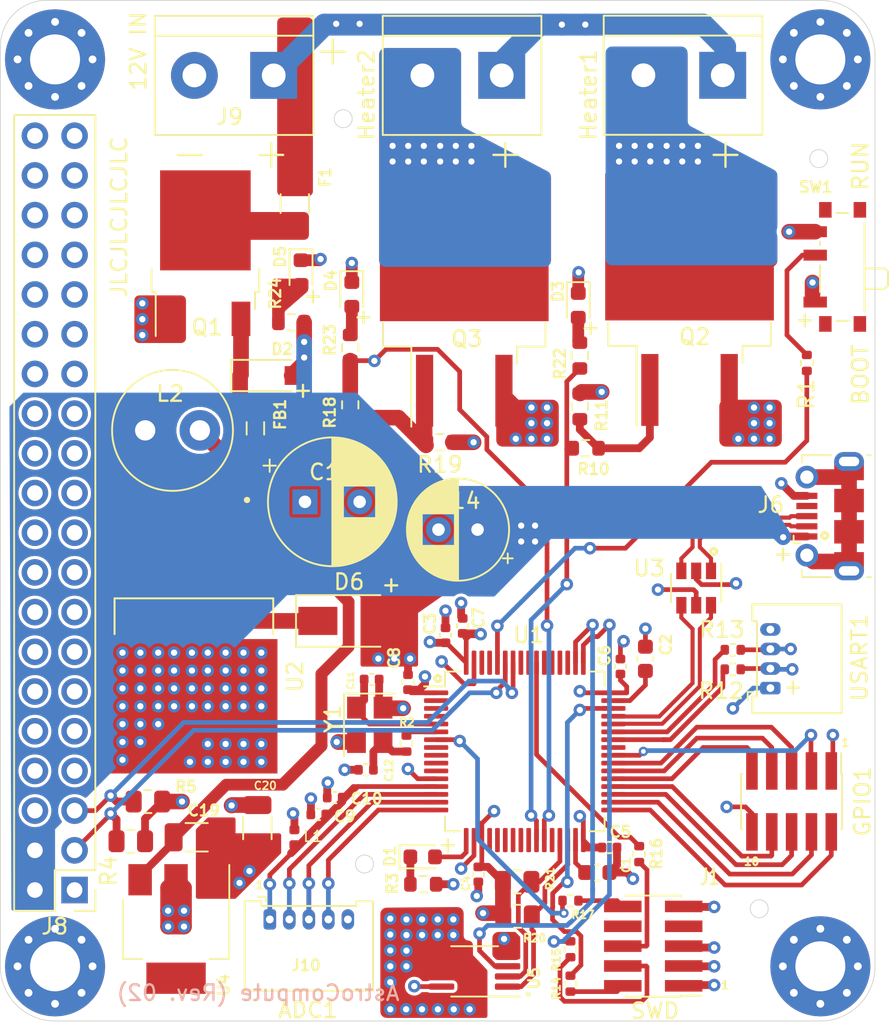
<source format=kicad_pcb>
(kicad_pcb (version 20171130) (host pcbnew 5.1.9)
  (title_block (title "AstroCompute PCB Layout") (date 2020-11-23) (rev 1))
  (layers (0 F.Cu signal) (1 In1.Cu power hide) (2 In2.Cu power hide) (31 B.Cu signal) (34 B.Paste user) (35 F.Paste user) (36 B.SilkS user) (37 F.SilkS user) (38 B.Mask user) (39 F.Mask user) (44 Edge.Cuts user))
  (net 0 "")
  (net 1 GND)
  (net 2 "Net-(C1-Pad1)")
  (net 3 "Net-(C2-Pad1)")
  (net 4 +3V3)
  (net 5 +3.3VA)
  (net 6 HSE_IN)
  (net 7 "Net-(C12-Pad1)")
  (net 8 BUCK_VIN)
  (net 9 +5V)
  (net 10 LED_STATUS)
  (net 11 "Net-(D1-Pad1)")
  (net 12 "Net-(D2-Pad1)")
  (net 13 "Net-(D3-Pad2)")
  (net 14 "Net-(D4-Pad2)")
  (net 15 "Net-(D5-Pad2)")
  (net 16 "Net-(F1-Pad2)")
  (net 17 +12V)
  (net 18 GPIO_04)
  (net 19 GPIO_08)
  (net 20 GPIO_03)
  (net 21 GPIO_07)
  (net 22 GPIO_02)
  (net 23 GPIO_06)
  (net 24 GPIO_01)
  (net 25 GPIO_05)
  (net 26 "Net-(Heater1-Pad2)")
  (net 27 "Net-(Heater2-Pad2)")
  (net 28 "Net-(J1-Pad10)")
  (net 29 "Net-(J1-Pad8)")
  (net 30 "Net-(J1-Pad7)")
  (net 31 "Net-(J1-Pad6)")
  (net 32 "Net-(J1-Pad4)")
  (net 33 "Net-(J1-Pad2)")
  (net 34 "Net-(J6-Pad6)")
  (net 35 USB_CON_D-)
  (net 36 USB_CON_D+)
  (net 37 "Net-(J6-Pad4)")
  (net 38 "Net-(J8-Pad40)")
  (net 39 "Net-(J8-Pad38)")
  (net 40 "Net-(J8-Pad37)")
  (net 41 "Net-(J8-Pad36)")
  (net 42 "Net-(J8-Pad35)")
  (net 43 "Net-(J8-Pad33)")
  (net 44 "Net-(J8-Pad32)")
  (net 45 "Net-(J8-Pad31)")
  (net 46 "Net-(J8-Pad29)")
  (net 47 "Net-(J8-Pad28)")
  (net 48 "Net-(J8-Pad27)")
  (net 49 "Net-(J8-Pad26)")
  (net 50 "Net-(J8-Pad24)")
  (net 51 "Net-(J8-Pad23)")
  (net 52 "Net-(J8-Pad22)")
  (net 53 "Net-(J8-Pad21)")
  (net 54 "Net-(J8-Pad19)")
  (net 55 "Net-(J8-Pad18)")
  (net 56 "Net-(J8-Pad16)")
  (net 57 "Net-(J8-Pad15)")
  (net 58 "Net-(J8-Pad13)")
  (net 59 "Net-(J8-Pad12)")
  (net 60 "Net-(J8-Pad11)")
  (net 61 "Net-(J8-Pad10)")
  (net 62 "Net-(J8-Pad8)")
  (net 63 "Net-(J8-Pad7)")
  (net 64 I2C1_SCL)
  (net 65 I2C1_SDA)
  (net 66 ADC1_IN2)
  (net 67 ADC1_IN1)
  (net 68 ADC1_IN0)
  (net 69 "Net-(Q2-Pad1)")
  (net 70 "Net-(Q3-Pad1)")
  (net 71 BOOT0)
  (net 72 "Net-(R1-Pad1)")
  (net 73 HSE_OUT)
  (net 74 USART1_TX)
  (net 75 "Net-(R12-Pad1)")
  (net 76 USART1_RX)
  (net 77 "Net-(R13-Pad1)")
  (net 78 SWDIO)
  (net 79 SWCLCK)
  (net 80 SWO)
  (net 81 NRST)
  (net 82 I2C2_SDA)
  (net 83 I2C2_SCL)
  (net 84 "Net-(U1-Pad62)")
  (net 85 "Net-(U1-Pad61)")
  (net 86 "Net-(U1-Pad57)")
  (net 87 "Net-(U1-Pad56)")
  (net 88 "Net-(U1-Pad54)")
  (net 89 "Net-(U1-Pad53)")
  (net 90 "Net-(U1-Pad52)")
  (net 91 "Net-(U1-Pad51)")
  (net 92 TEMP_ALERT)
  (net 93 USB_D+)
  (net 94 USB_D-)
  (net 95 "Net-(U1-Pad41)")
  (net 96 "Net-(U1-Pad28)")
  (net 97 PWM_B2)
  (net 98 PWM_A2)
  (net 99 "Net-(U1-Pad25)")
  (net 100 "Net-(U1-Pad24)")
  (net 101 "Net-(U1-Pad23)")
  (net 102 "Net-(U1-Pad22)")
  (net 103 "Net-(U1-Pad21)")
  (net 104 "Net-(U1-Pad20)")
  (net 105 "Net-(U1-Pad11)")
  (net 106 "Net-(U1-Pad10)")
  (net 107 "Net-(U1-Pad9)")
  (net 108 "Net-(U1-Pad8)")
  (net 109 "Net-(U1-Pad3)")
  (net 110 "Net-(U1-Pad2)")
  (net 111 "Net-(U1-Pad4)")
  (net 112 "Net-(J8-Pad17)")
  (net 113 "Net-(J8-Pad1)")
  (net 114 "Net-(D6-Pad1)")
  (module Package_TO_SOT_SMD:TO-263-2 (layer F.Cu) (at 177.625 112.05 90)
    (fp_text reference Q3 (at -2.46 0.16 180) (layer F.SilkS))
    (fp_text value IRF540S)
    (pad 2 smd rect (at 3.375 0 90) (size 9.4 10.8) (layers F.Cu F.Mask) (net 27 "Net-(Heater2-Pad2)"))
    (pad 3 smd rect (at -5.775 2.54 90) (size 4.6 1.1) (layers F.Cu F.Paste F.Mask) (net 1 GND))
    (pad 1 smd rect (at -5.775 -2.54 90) (size 4.6 1.1) (layers F.Cu F.Paste F.Mask) (net 70 "Net-(Q3-Pad1)"))
  )
  (module lib:NOPB (layer F.Cu) (at 160.315 138.013 270)
    (fp_text reference U2 (at -1.905 -6.477 90) (layer F.SilkS))
    (fp_text value LM2596SX-5.0_NOPB)
    (pad 6 smd rect (at 0 0 270) (size 8.6 10.7) (layers F.Cu) (net 1 GND))
    (pad 5 smd rect (at -10.6 3.4 270) (size 3.4 1) (layers F.Cu) (net 1 GND))
    (pad 4 smd rect (at -10.6 1.7 270) (size 3.4 1) (layers F.Cu) (net 9 +5V))
    (pad 3 smd rect (at -10.6 0 270) (size 3.4 1) (layers F.Cu) (net 1 GND))
    (pad 2 smd rect (at -10.6 -1.7 270) (size 3.4 1) (layers F.Cu) (net 114 "Net-(D6-Pad1)"))
    (pad 1 smd rect (at -10.6 -3.4 270) (size 3.4 1) (layers F.Cu) (net 8 BUCK_VIN))
  )
  (module Connector_PinHeader_2.54mm:PinHeader_2x20_P2.54mm_Vertical (layer F.Cu) (at 152.675 149.77 180)
    (fp_text reference J8 (at 1.27 -2.33) (layer F.SilkS))
    (fp_text value RaspberryHeader)
    (pad 40 thru_hole oval (at 2.54 48.26 180) (size 1.7 1.7) (drill 1) (layers *.Cu *.Mask) (net 38 "Net-(J8-Pad40)"))
    (pad 39 thru_hole oval (at 0 48.26 180) (size 1.7 1.7) (drill 1) (layers *.Cu *.Mask) (net 1 GND))
    (pad 38 thru_hole oval (at 2.54 45.72 180) (size 1.7 1.7) (drill 1) (layers *.Cu *.Mask) (net 39 "Net-(J8-Pad38)"))
    (pad 37 thru_hole oval (at 0 45.72 180) (size 1.7 1.7) (drill 1) (layers *.Cu *.Mask) (net 40 "Net-(J8-Pad37)"))
    (pad 36 thru_hole oval (at 2.54 43.18 180) (size 1.7 1.7) (drill 1) (layers *.Cu *.Mask) (net 41 "Net-(J8-Pad36)"))
    (pad 35 thru_hole oval (at 0 43.18 180) (size 1.7 1.7) (drill 1) (layers *.Cu *.Mask) (net 42 "Net-(J8-Pad35)"))
    (pad 34 thru_hole oval (at 2.54 40.64 180) (size 1.7 1.7) (drill 1) (layers *.Cu *.Mask) (net 1 GND))
    (pad 33 thru_hole oval (at 0 40.64 180) (size 1.7 1.7) (drill 1) (layers *.Cu *.Mask) (net 43 "Net-(J8-Pad33)"))
    (pad 32 thru_hole oval (at 2.54 38.1 180) (size 1.7 1.7) (drill 1) (layers *.Cu *.Mask) (net 44 "Net-(J8-Pad32)"))
    (pad 31 thru_hole oval (at 0 38.1 180) (size 1.7 1.7) (drill 1) (layers *.Cu *.Mask) (net 45 "Net-(J8-Pad31)"))
    (pad 30 thru_hole oval (at 2.54 35.56 180) (size 1.7 1.7) (drill 1) (layers *.Cu *.Mask) (net 1 GND))
    (pad 29 thru_hole oval (at 0 35.56 180) (size 1.7 1.7) (drill 1) (layers *.Cu *.Mask) (net 46 "Net-(J8-Pad29)"))
    (pad 28 thru_hole oval (at 2.54 33.02 180) (size 1.7 1.7) (drill 1) (layers *.Cu *.Mask) (net 47 "Net-(J8-Pad28)"))
    (pad 27 thru_hole oval (at 0 33.02 180) (size 1.7 1.7) (drill 1) (layers *.Cu *.Mask) (net 48 "Net-(J8-Pad27)"))
    (pad 26 thru_hole oval (at 2.54 30.48 180) (size 1.7 1.7) (drill 1) (layers *.Cu *.Mask) (net 49 "Net-(J8-Pad26)"))
    (pad 25 thru_hole oval (at 0 30.48 180) (size 1.7 1.7) (drill 1) (layers *.Cu *.Mask) (net 1 GND))
    (pad 24 thru_hole oval (at 2.54 27.94 180) (size 1.7 1.7) (drill 1) (layers *.Cu *.Mask) (net 50 "Net-(J8-Pad24)"))
    (pad 23 thru_hole oval (at 0 27.94 180) (size 1.7 1.7) (drill 1) (layers *.Cu *.Mask) (net 51 "Net-(J8-Pad23)"))
    (pad 22 thru_hole oval (at 2.54 25.4 180) (size 1.7 1.7) (drill 1) (layers *.Cu *.Mask) (net 52 "Net-(J8-Pad22)"))
    (pad 21 thru_hole oval (at 0 25.4 180) (size 1.7 1.7) (drill 1) (layers *.Cu *.Mask) (net 53 "Net-(J8-Pad21)"))
    (pad 20 thru_hole oval (at 2.54 22.86 180) (size 1.7 1.7) (drill 1) (layers *.Cu *.Mask) (net 1 GND))
    (pad 19 thru_hole oval (at 0 22.86 180) (size 1.7 1.7) (drill 1) (layers *.Cu *.Mask) (net 54 "Net-(J8-Pad19)"))
    (pad 18 thru_hole oval (at 2.54 20.32 180) (size 1.7 1.7) (drill 1) (layers *.Cu *.Mask) (net 55 "Net-(J8-Pad18)"))
    (pad 17 thru_hole oval (at 0 20.32 180) (size 1.7 1.7) (drill 1) (layers *.Cu *.Mask) (net 112 "Net-(J8-Pad17)"))
    (pad 16 thru_hole oval (at 2.54 17.78 180) (size 1.7 1.7) (drill 1) (layers *.Cu *.Mask) (net 56 "Net-(J8-Pad16)"))
    (pad 15 thru_hole oval (at 0 17.78 180) (size 1.7 1.7) (drill 1) (layers *.Cu *.Mask) (net 57 "Net-(J8-Pad15)"))
    (pad 14 thru_hole oval (at 2.54 15.24 180) (size 1.7 1.7) (drill 1) (layers *.Cu *.Mask) (net 1 GND))
    (pad 13 thru_hole oval (at 0 15.24 180) (size 1.7 1.7) (drill 1) (layers *.Cu *.Mask) (net 58 "Net-(J8-Pad13)"))
    (pad 12 thru_hole oval (at 2.54 12.7 180) (size 1.7 1.7) (drill 1) (layers *.Cu *.Mask) (net 59 "Net-(J8-Pad12)"))
    (pad 11 thru_hole oval (at 0 12.7 180) (size 1.7 1.7) (drill 1) (layers *.Cu *.Mask) (net 60 "Net-(J8-Pad11)"))
    (pad 10 thru_hole oval (at 2.54 10.16 180) (size 1.7 1.7) (drill 1) (layers *.Cu *.Mask) (net 61 "Net-(J8-Pad10)"))
    (pad 9 thru_hole oval (at 0 10.16 180) (size 1.7 1.7) (drill 1) (layers *.Cu *.Mask) (net 1 GND))
    (pad 8 thru_hole oval (at 2.54 7.62 180) (size 1.7 1.7) (drill 1) (layers *.Cu *.Mask) (net 62 "Net-(J8-Pad8)"))
    (pad 7 thru_hole oval (at 0 7.62 180) (size 1.7 1.7) (drill 1) (layers *.Cu *.Mask) (net 63 "Net-(J8-Pad7)"))
    (pad 6 thru_hole oval (at 2.54 5.08 180) (size 1.7 1.7) (drill 1) (layers *.Cu *.Mask) (net 1 GND))
    (pad 5 thru_hole oval (at 0 5.08 180) (size 1.7 1.7) (drill 1) (layers *.Cu *.Mask) (net 64 I2C1_SCL))
    (pad 4 thru_hole oval (at 2.54 2.54 180) (size 1.7 1.7) (drill 1) (layers *.Cu *.Mask) (net 9 +5V))
    (pad 3 thru_hole oval (at 0 2.54 180) (size 1.7 1.7) (drill 1) (layers *.Cu *.Mask) (net 65 I2C1_SDA))
    (pad 2 thru_hole oval (at 2.54 0 180) (size 1.7 1.7) (drill 1) (layers *.Cu *.Mask) (net 9 +5V))
    (pad 1 thru_hole rect (at 0 0 180) (size 1.7 1.7) (drill 1) (layers *.Cu *.Mask) (net 113 "Net-(J8-Pad1)"))
  )
  (module Inductor_THT:L_Radial_D7.5mm_P3.50mm_Fastron_07P (layer F.Cu) (at 160.696 120.36 180)
    (fp_text reference L2 (at 1.905 2.3495) (layer F.SilkS))
    (fp_text value 33uH)
    (pad 2 thru_hole circle (at 3.5 0 180) (size 2.6 2.6) (drill 1.3) (layers *.Cu *.Mask) (net 9 +5V))
    (pad 1 thru_hole circle (at 0 0 180) (size 2.6 2.6) (drill 1.3) (layers *.Cu *.Mask) (net 114 "Net-(D6-Pad1)"))
  )
  (module Diode_SMD:D_SMA (layer F.Cu) (at 170.253 132.552)
    (fp_text reference D6 (at 0 -2.5) (layer F.SilkS))
    (fp_text value SS54)
    (pad 2 smd rect (at 2 0) (size 2.5 1.8) (layers F.Cu F.Paste F.Mask) (net 1 GND))
    (pad 1 smd rect (at -2 0) (size 2.5 1.8) (layers F.Cu F.Paste F.Mask) (net 114 "Net-(D6-Pad1)"))
  )
  (module Capacitor_THT:CP_Radial_D6.3mm_P2.50mm (layer F.Cu) (at 178.476 126.71 180)
    (fp_text reference C14 (at 1.27 1.8415) (layer F.SilkS))
    (fp_text value 220uF)
    (pad 2 thru_hole circle (at 2.5 0 180) (size 1.6 1.6) (drill 0.8) (layers *.Cu *.Mask) (net 1 GND))
    (pad 1 thru_hole rect (at 0 0 180) (size 1.6 1.6) (drill 0.8) (layers *.Cu *.Mask) (net 9 +5V))
  )
  (module Capacitor_THT:CP_Radial_D8.0mm_P3.50mm (layer F.Cu) (at 167.427 124.932)
    (fp_text reference C13 (at 1.7145 -1.905) (layer F.SilkS))
    (fp_text value 680uF)
    (pad 2 thru_hole circle (at 3.5 0) (size 1.6 1.6) (drill 0.8) (layers *.Cu *.Mask) (net 1 GND))
    (pad 1 thru_hole rect (at 0 0) (size 1.6 1.6) (drill 0.8) (layers *.Cu *.Mask) (net 8 BUCK_VIN))
  )
  (module Connector_USB:USB_Micro-B_Molex-105017-0001 (layer F.Cu) (at 201.025 125.85 90)
    (fp_text reference J6 (at 0.7275 -3.7657) (layer F.SilkS))
    (fp_text value USB_B_Micro)
    (pad 6 smd rect (at -2.9 1.2375 90) (size 1.2 1.9) (layers F.Cu F.Mask) (net 34 "Net-(J6-Pad6)"))
    (pad 6 smd rect (at 2.9 1.2375 90) (size 1.2 1.9) (layers F.Cu F.Mask) (net 34 "Net-(J6-Pad6)"))
    (pad 6 thru_hole oval (at 3.5 1.2375 90) (size 1.2 1.9) (drill oval 0.6 1.3) (layers *.Cu *.Mask) (net 34 "Net-(J6-Pad6)"))
    (pad 6 thru_hole oval (at -3.5 1.2375 270) (size 1.2 1.9) (drill oval 0.6 1.3) (layers *.Cu *.Mask) (net 34 "Net-(J6-Pad6)"))
    (pad 6 smd rect (at -1 1.2375 90) (size 1.5 1.9) (layers F.Cu F.Paste F.Mask) (net 34 "Net-(J6-Pad6)"))
    (pad 6 thru_hole circle (at 2.5 -1.4625 90) (size 1.45 1.45) (drill 0.85) (layers *.Cu *.Mask) (net 34 "Net-(J6-Pad6)"))
    (pad 3 smd rect (at 0 -1.4625 90) (size 0.4 1.35) (layers F.Cu F.Paste F.Mask) (net 36 USB_CON_D+))
    (pad 4 smd rect (at 0.65 -1.4625 90) (size 0.4 1.35) (layers F.Cu F.Paste F.Mask) (net 37 "Net-(J6-Pad4)"))
    (pad 5 smd rect (at 1.3 -1.4625 90) (size 0.4 1.35) (layers F.Cu F.Paste F.Mask) (net 1 GND))
    (pad 1 smd rect (at -1.3 -1.4625 90) (size 0.4 1.35) (layers F.Cu F.Paste F.Mask) (net 9 +5V))
    (pad 2 smd rect (at -0.65 -1.4625 90) (size 0.4 1.35) (layers F.Cu F.Paste F.Mask) (net 35 USB_CON_D-))
    (pad 6 thru_hole circle (at -2.5 -1.4625 90) (size 1.45 1.45) (drill 0.85) (layers *.Cu *.Mask) (net 34 "Net-(J6-Pad6)"))
    (pad 6 smd rect (at 1 1.2375 90) (size 1.5 1.9) (layers F.Cu F.Paste F.Mask) (net 34 "Net-(J6-Pad6)"))
  )
  (module Package_QFP:LQFP-64_10x10mm_P0.5mm (layer F.Cu) (at 181.5 140.9)
    (fp_text reference U1 (at 0.255 -7.44) (layer F.SilkS))
    (fp_text value STM32F103R8T6)
    (pad 64 smd roundrect (at -3.75 -5.675) (size 0.3 1.55) (layers F.Cu F.Paste F.Mask) (net 4 +3V3))
    (pad 63 smd roundrect (at -3.25 -5.675) (size 0.3 1.55) (layers F.Cu F.Paste F.Mask) (net 1 GND))
    (pad 62 smd roundrect (at -2.75 -5.675) (size 0.3 1.55) (layers F.Cu F.Paste F.Mask) (net 84 "Net-(U1-Pad62)"))
    (pad 61 smd roundrect (at -2.25 -5.675) (size 0.3 1.55) (layers F.Cu F.Paste F.Mask) (net 85 "Net-(U1-Pad61)"))
    (pad 60 smd roundrect (at -1.75 -5.675) (size 0.3 1.55) (layers F.Cu F.Paste F.Mask) (net 71 BOOT0))
    (pad 59 smd roundrect (at -1.25 -5.675) (size 0.3 1.55) (layers F.Cu F.Paste F.Mask) (net 65 I2C1_SDA))
    (pad 58 smd roundrect (at -0.75 -5.675) (size 0.3 1.55) (layers F.Cu F.Paste F.Mask) (net 64 I2C1_SCL))
    (pad 57 smd roundrect (at -0.25 -5.675) (size 0.3 1.55) (layers F.Cu F.Paste F.Mask) (net 86 "Net-(U1-Pad57)"))
    (pad 56 smd roundrect (at 0.25 -5.675) (size 0.3 1.55) (layers F.Cu F.Paste F.Mask) (net 87 "Net-(U1-Pad56)"))
    (pad 55 smd roundrect (at 0.75 -5.675) (size 0.3 1.55) (layers F.Cu F.Paste F.Mask) (net 80 SWO))
    (pad 54 smd roundrect (at 1.25 -5.675) (size 0.3 1.55) (layers F.Cu F.Paste F.Mask) (net 88 "Net-(U1-Pad54)"))
    (pad 53 smd roundrect (at 1.75 -5.675) (size 0.3 1.55) (layers F.Cu F.Paste F.Mask) (net 89 "Net-(U1-Pad53)"))
    (pad 52 smd roundrect (at 2.25 -5.675) (size 0.3 1.55) (layers F.Cu F.Paste F.Mask) (net 90 "Net-(U1-Pad52)"))
    (pad 51 smd roundrect (at 2.75 -5.675) (size 0.3 1.55) (layers F.Cu F.Paste F.Mask) (net 91 "Net-(U1-Pad51)"))
    (pad 50 smd roundrect (at 3.25 -5.675) (size 0.3 1.55) (layers F.Cu F.Paste F.Mask) (net 92 TEMP_ALERT))
    (pad 49 smd roundrect (at 3.75 -5.675) (size 0.3 1.55) (layers F.Cu F.Paste F.Mask) (net 79 SWCLCK))
    (pad 48 smd roundrect (at 5.675 -3.75) (size 1.55 0.3) (layers F.Cu F.Paste F.Mask) (net 4 +3V3))
    (pad 47 smd roundrect (at 5.675 -3.25) (size 1.55 0.3) (layers F.Cu F.Paste F.Mask) (net 3 "Net-(C2-Pad1)"))
    (pad 46 smd roundrect (at 5.675 -2.75) (size 1.55 0.3) (layers F.Cu F.Paste F.Mask) (net 78 SWDIO))
    (pad 45 smd roundrect (at 5.675 -2.25) (size 1.55 0.3) (layers F.Cu F.Paste F.Mask) (net 93 USB_D+))
    (pad 44 smd roundrect (at 5.675 -1.75) (size 1.55 0.3) (layers F.Cu F.Paste F.Mask) (net 94 USB_D-))
    (pad 43 smd roundrect (at 5.675 -1.25) (size 1.55 0.3) (layers F.Cu F.Paste F.Mask) (net 76 USART1_RX))
    (pad 42 smd roundrect (at 5.675 -0.75) (size 1.55 0.3) (layers F.Cu F.Paste F.Mask) (net 74 USART1_TX))
    (pad 41 smd roundrect (at 5.675 -0.25) (size 1.55 0.3) (layers F.Cu F.Paste F.Mask) (net 95 "Net-(U1-Pad41)"))
    (pad 40 smd roundrect (at 5.675 0.25) (size 1.55 0.3) (layers F.Cu F.Paste F.Mask) (net 24 GPIO_01))
    (pad 39 smd roundrect (at 5.675 0.75) (size 1.55 0.3) (layers F.Cu F.Paste F.Mask) (net 22 GPIO_02))
    (pad 38 smd roundrect (at 5.675 1.25) (size 1.55 0.3) (layers F.Cu F.Paste F.Mask) (net 20 GPIO_03))
    (pad 37 smd roundrect (at 5.675 1.75) (size 1.55 0.3) (layers F.Cu F.Paste F.Mask) (net 18 GPIO_04))
    (pad 36 smd roundrect (at 5.675 2.25) (size 1.55 0.3) (layers F.Cu F.Paste F.Mask) (net 19 GPIO_08))
    (pad 35 smd roundrect (at 5.675 2.75) (size 1.55 0.3) (layers F.Cu F.Paste F.Mask) (net 21 GPIO_07))
    (pad 34 smd roundrect (at 5.675 3.25) (size 1.55 0.3) (layers F.Cu F.Paste F.Mask) (net 23 GPIO_06))
    (pad 33 smd roundrect (at 5.675 3.75) (size 1.55 0.3) (layers F.Cu F.Paste F.Mask) (net 25 GPIO_05))
    (pad 32 smd roundrect (at 3.75 5.675) (size 0.3 1.55) (layers F.Cu F.Paste F.Mask) (net 4 +3V3))
    (pad 31 smd roundrect (at 3.25 5.675) (size 0.3 1.55) (layers F.Cu F.Paste F.Mask) (net 2 "Net-(C1-Pad1)"))
    (pad 30 smd roundrect (at 2.75 5.675) (size 0.3 1.55) (layers F.Cu F.Paste F.Mask) (net 82 I2C2_SDA))
    (pad 29 smd roundrect (at 2.25 5.675) (size 0.3 1.55) (layers F.Cu F.Paste F.Mask) (net 83 I2C2_SCL))
    (pad 28 smd roundrect (at 1.75 5.675) (size 0.3 1.55) (layers F.Cu F.Paste F.Mask) (net 96 "Net-(U1-Pad28)"))
    (pad 27 smd roundrect (at 1.25 5.675) (size 0.3 1.55) (layers F.Cu F.Paste F.Mask) (net 97 PWM_B2))
    (pad 26 smd roundrect (at 0.75 5.675) (size 0.3 1.55) (layers F.Cu F.Paste F.Mask) (net 98 PWM_A2))
    (pad 25 smd roundrect (at 0.25 5.675) (size 0.3 1.55) (layers F.Cu F.Paste F.Mask) (net 99 "Net-(U1-Pad25)"))
    (pad 24 smd roundrect (at -0.25 5.675) (size 0.3 1.55) (layers F.Cu F.Paste F.Mask) (net 100 "Net-(U1-Pad24)"))
    (pad 23 smd roundrect (at -0.75 5.675) (size 0.3 1.55) (layers F.Cu F.Paste F.Mask) (net 101 "Net-(U1-Pad23)"))
    (pad 22 smd roundrect (at -1.25 5.675) (size 0.3 1.55) (layers F.Cu F.Paste F.Mask) (net 102 "Net-(U1-Pad22)"))
    (pad 21 smd roundrect (at -1.75 5.675) (size 0.3 1.55) (layers F.Cu F.Paste F.Mask) (net 103 "Net-(U1-Pad21)"))
    (pad 20 smd roundrect (at -2.25 5.675) (size 0.3 1.55) (layers F.Cu F.Paste F.Mask) (net 104 "Net-(U1-Pad20)"))
    (pad 19 smd roundrect (at -2.75 5.675) (size 0.3 1.55) (layers F.Cu F.Paste F.Mask) (net 4 +3V3))
    (pad 18 smd roundrect (at -3.25 5.675) (size 0.3 1.55) (layers F.Cu F.Paste F.Mask) (net 1 GND))
    (pad 17 smd roundrect (at -3.75 5.675) (size 0.3 1.55) (layers F.Cu F.Paste F.Mask) (net 10 LED_STATUS))
    (pad 16 smd roundrect (at -5.675 3.75) (size 1.55 0.3) (layers F.Cu F.Paste F.Mask) (net 66 ADC1_IN2))
    (pad 15 smd roundrect (at -5.675 3.25) (size 1.55 0.3) (layers F.Cu F.Paste F.Mask) (net 67 ADC1_IN1))
    (pad 14 smd roundrect (at -5.675 2.75) (size 1.55 0.3) (layers F.Cu F.Paste F.Mask) (net 68 ADC1_IN0))
    (pad 13 smd roundrect (at -5.675 2.25) (size 1.55 0.3) (layers F.Cu F.Paste F.Mask) (net 5 +3.3VA))
    (pad 12 smd roundrect (at -5.675 1.75) (size 1.55 0.3) (layers F.Cu F.Paste F.Mask) (net 1 GND))
    (pad 11 smd roundrect (at -5.675 1.25) (size 1.55 0.3) (layers F.Cu F.Paste F.Mask) (net 105 "Net-(U1-Pad11)"))
    (pad 10 smd roundrect (at -5.675 0.75) (size 1.55 0.3) (layers F.Cu F.Paste F.Mask) (net 106 "Net-(U1-Pad10)"))
    (pad 9 smd roundrect (at -5.675 0.25) (size 1.55 0.3) (layers F.Cu F.Paste F.Mask) (net 107 "Net-(U1-Pad9)"))
    (pad 8 smd roundrect (at -5.675 -0.25) (size 1.55 0.3) (layers F.Cu F.Paste F.Mask) (net 108 "Net-(U1-Pad8)"))
    (pad 7 smd roundrect (at -5.675 -0.75) (size 1.55 0.3) (layers F.Cu F.Paste F.Mask) (net 81 NRST))
    (pad 6 smd roundrect (at -5.675 -1.25) (size 1.55 0.3) (layers F.Cu F.Paste F.Mask) (net 73 HSE_OUT))
    (pad 5 smd roundrect (at -5.675 -1.75) (size 1.55 0.3) (layers F.Cu F.Paste F.Mask) (net 6 HSE_IN))
    (pad 4 smd roundrect (at -5.675 -2.25) (size 1.55 0.3) (layers F.Cu F.Paste F.Mask) (net 111 "Net-(U1-Pad4)"))
    (pad 3 smd roundrect (at -5.675 -2.75) (size 1.55 0.3) (layers F.Cu F.Paste F.Mask) (net 109 "Net-(U1-Pad3)"))
    (pad 2 smd roundrect (at -5.675 -3.25) (size 1.55 0.3) (layers F.Cu F.Paste F.Mask) (net 110 "Net-(U1-Pad2)"))
    (pad 1 smd roundrect (at -5.675 -3.75) (size 1.55 0.3) (layers F.Cu F.Paste F.Mask) (net 4 +3V3))
  )
  (module Resistor_SMD:R_0402_1005Metric (layer F.Cu) (at 184.425 150.45)
    (fp_text reference R17 (at 0.8 0.9 180) (layer F.SilkS) (effects (font (size 0.5 0.5) (thickness 0.125))))
    (fp_text value 22)
    (pad 2 smd roundrect (at 0.51 0) (size 0.54 0.64) (layers F.Cu F.Paste F.Mask) (net 28 "Net-(J1-Pad10)"))
    (pad 1 smd roundrect (at -0.51 0) (size 0.54 0.64) (layers F.Cu F.Paste F.Mask) (net 81 NRST))
  )
  (module Capacitor_SMD:C_0402_1005Metric (layer F.Cu) (at 187.625 135.47 90)
    (fp_text reference C6 (at 0.6955 -1.021 90) (layer F.SilkS) (effects (font (size 0.7 0.7))))
    (fp_text value 100n)
    (pad 2 smd roundrect (at 0.48 0 90) (size 0.56 0.62) (layers F.Cu F.Paste F.Mask) (net 1 GND))
    (pad 1 smd roundrect (at -0.48 0 90) (size 0.56 0.62) (layers F.Cu F.Paste F.Mask) (net 4 +3V3))
  )
  (module MountingHole:MountingHole_3.2mm_M3_Pad_Via (layer F.Cu) (at 151.425 96.625)
    (fp_text reference H4)
    (fp_text value MountingHole_Pad)
    (pad 1 thru_hole circle (at 1.697056 -1.697056) (size 0.8 0.8) (drill 0.5) (layers *.Cu *.Mask) (net 1 GND))
    (pad 1 thru_hole circle (at 0 -2.4) (size 0.8 0.8) (drill 0.5) (layers *.Cu *.Mask) (net 1 GND))
    (pad 1 thru_hole circle (at -1.697056 -1.697056) (size 0.8 0.8) (drill 0.5) (layers *.Cu *.Mask) (net 1 GND))
    (pad 1 thru_hole circle (at -2.4 0) (size 0.8 0.8) (drill 0.5) (layers *.Cu *.Mask) (net 1 GND))
    (pad 1 thru_hole circle (at -1.697056 1.697056) (size 0.8 0.8) (drill 0.5) (layers *.Cu *.Mask) (net 1 GND))
    (pad 1 thru_hole circle (at 0 2.4) (size 0.8 0.8) (drill 0.5) (layers *.Cu *.Mask) (net 1 GND))
    (pad 1 thru_hole circle (at 1.697056 1.697056) (size 0.8 0.8) (drill 0.5) (layers *.Cu *.Mask) (net 1 GND))
    (pad 1 thru_hole circle (at 2.4 0) (size 0.8 0.8) (drill 0.5) (layers *.Cu *.Mask) (net 1 GND))
    (pad 1 thru_hole circle (at 0 0) (size 6.4 6.4) (drill 3.2) (layers *.Cu *.Mask) (net 1 GND))
  )
  (module MountingHole:MountingHole_3.2mm_M3_Pad_Via (layer F.Cu) (at 151.425 154.65)
    (fp_text reference H3)
    (fp_text value MountingHole_Pad)
    (pad 1 thru_hole circle (at 1.697056 -1.697056) (size 0.8 0.8) (drill 0.5) (layers *.Cu *.Mask) (net 1 GND))
    (pad 1 thru_hole circle (at 0 -2.4) (size 0.8 0.8) (drill 0.5) (layers *.Cu *.Mask) (net 1 GND))
    (pad 1 thru_hole circle (at -1.697056 -1.697056) (size 0.8 0.8) (drill 0.5) (layers *.Cu *.Mask) (net 1 GND))
    (pad 1 thru_hole circle (at -2.4 0) (size 0.8 0.8) (drill 0.5) (layers *.Cu *.Mask) (net 1 GND))
    (pad 1 thru_hole circle (at -1.697056 1.697056) (size 0.8 0.8) (drill 0.5) (layers *.Cu *.Mask) (net 1 GND))
    (pad 1 thru_hole circle (at 0 2.4) (size 0.8 0.8) (drill 0.5) (layers *.Cu *.Mask) (net 1 GND))
    (pad 1 thru_hole circle (at 1.697056 1.697056) (size 0.8 0.8) (drill 0.5) (layers *.Cu *.Mask) (net 1 GND))
    (pad 1 thru_hole circle (at 2.4 0) (size 0.8 0.8) (drill 0.5) (layers *.Cu *.Mask) (net 1 GND))
    (pad 1 thru_hole circle (at 0 0) (size 6.4 6.4) (drill 3.2) (layers *.Cu *.Mask) (net 1 GND))
  )
  (module MountingHole:MountingHole_3.2mm_M3_Pad_Via (layer F.Cu) (at 200.425 154.65)
    (fp_text reference H2)
    (fp_text value MountingHole_Pad)
    (pad 1 thru_hole circle (at 1.697056 -1.697056) (size 0.8 0.8) (drill 0.5) (layers *.Cu *.Mask) (net 1 GND))
    (pad 1 thru_hole circle (at 0 -2.4) (size 0.8 0.8) (drill 0.5) (layers *.Cu *.Mask) (net 1 GND))
    (pad 1 thru_hole circle (at -1.697056 -1.697056) (size 0.8 0.8) (drill 0.5) (layers *.Cu *.Mask) (net 1 GND))
    (pad 1 thru_hole circle (at -2.4 0) (size 0.8 0.8) (drill 0.5) (layers *.Cu *.Mask) (net 1 GND))
    (pad 1 thru_hole circle (at -1.697056 1.697056) (size 0.8 0.8) (drill 0.5) (layers *.Cu *.Mask) (net 1 GND))
    (pad 1 thru_hole circle (at 0 2.4) (size 0.8 0.8) (drill 0.5) (layers *.Cu *.Mask) (net 1 GND))
    (pad 1 thru_hole circle (at 1.697056 1.697056) (size 0.8 0.8) (drill 0.5) (layers *.Cu *.Mask) (net 1 GND))
    (pad 1 thru_hole circle (at 2.4 0) (size 0.8 0.8) (drill 0.5) (layers *.Cu *.Mask) (net 1 GND))
    (pad 1 thru_hole circle (at 0 0) (size 6.4 6.4) (drill 3.2) (layers *.Cu *.Mask) (net 1 GND))
  )
  (module MountingHole:MountingHole_3.2mm_M3_Pad_Via (layer F.Cu) (at 200.425 96.625)
    (fp_text reference H1)
    (fp_text value MountingHole_Pad)
    (pad 1 thru_hole circle (at 1.697056 -1.697056) (size 0.8 0.8) (drill 0.5) (layers *.Cu *.Mask) (net 1 GND))
    (pad 1 thru_hole circle (at 0 -2.4) (size 0.8 0.8) (drill 0.5) (layers *.Cu *.Mask) (net 1 GND))
    (pad 1 thru_hole circle (at -1.697056 -1.697056) (size 0.8 0.8) (drill 0.5) (layers *.Cu *.Mask) (net 1 GND))
    (pad 1 thru_hole circle (at -2.4 0) (size 0.8 0.8) (drill 0.5) (layers *.Cu *.Mask) (net 1 GND))
    (pad 1 thru_hole circle (at -1.697056 1.697056) (size 0.8 0.8) (drill 0.5) (layers *.Cu *.Mask) (net 1 GND))
    (pad 1 thru_hole circle (at 0 2.4) (size 0.8 0.8) (drill 0.5) (layers *.Cu *.Mask) (net 1 GND))
    (pad 1 thru_hole circle (at 1.697056 1.697056) (size 0.8 0.8) (drill 0.5) (layers *.Cu *.Mask) (net 1 GND))
    (pad 1 thru_hole circle (at 2.4 0) (size 0.8 0.8) (drill 0.5) (layers *.Cu *.Mask) (net 1 GND))
    (pad 1 thru_hole circle (at 0 0) (size 6.4 6.4) (drill 3.2) (layers *.Cu *.Mask) (net 1 GND))
  )
  (module Crystal:Crystal_SMD_3225-4Pin_3.2x2.5mm (layer F.Cu) (at 171.575 139.2 270)
    (fp_text reference Y1 (at -0.39 2.36 90) (layer F.SilkS))
    (fp_text value 16Mhz)
    (pad 4 smd rect (at -1.1 -0.85 270) (size 1.4 1.2) (layers F.Cu F.Paste F.Mask) (net 1 GND))
    (pad 3 smd rect (at 1.1 -0.85 270) (size 1.4 1.2) (layers F.Cu F.Paste F.Mask) (net 7 "Net-(C12-Pad1)"))
    (pad 2 smd rect (at 1.1 0.85 270) (size 1.4 1.2) (layers F.Cu F.Paste F.Mask) (net 1 GND))
    (pad 1 smd rect (at -1.1 0.85 270) (size 1.4 1.2) (layers F.Cu F.Paste F.Mask) (net 6 HSE_IN))
  )
  (module Connector_Molex:Molex_PicoBlade_53048-0410_1x04_P1.25mm_Horizontal (layer F.Cu) (at 197.225 136.85 90)
    (fp_text reference USART1 (at 1.95 5.7 90) (layer F.SilkS))
    (fp_text value Conn_01x04)
    (pad 4 thru_hole oval (at 3.75 0 90) (size 0.8 1.3) (drill 0.5) (layers *.Cu *.Mask) (net 1 GND))
    (pad 3 thru_hole oval (at 2.5 0 90) (size 0.8 1.3) (drill 0.5) (layers *.Cu *.Mask) (net 77 "Net-(R13-Pad1)"))
    (pad 2 thru_hole oval (at 1.25 0 90) (size 0.8 1.3) (drill 0.5) (layers *.Cu *.Mask) (net 75 "Net-(R12-Pad1)"))
    (pad 1 thru_hole roundrect (at 0 0 90) (size 0.8 1.3) (drill 0.5) (layers *.Cu *.Mask) (net 4 +3V3))
  )
  (module Package_SO:MSOP-8_3x3mm_P0.65mm (layer F.Cu) (at 178.2875 154.975 180)
    (fp_text reference U5 (at -3.808 -0.437 90) (layer F.SilkS) (effects (font (size 0.7 0.7))))
    (fp_text value MCP9808_MSOP)
    (pad 8 smd roundrect (at 2.1125 -0.975 180) (size 1.625 0.4) (layers F.Cu F.Paste F.Mask) (net 4 +3V3))
    (pad 7 smd roundrect (at 2.1125 -0.325 180) (size 1.625 0.4) (layers F.Cu F.Paste F.Mask) (net 1 GND))
    (pad 6 smd roundrect (at 2.1125 0.325 180) (size 1.625 0.4) (layers F.Cu F.Paste F.Mask) (net 1 GND))
    (pad 5 smd roundrect (at 2.1125 0.975 180) (size 1.625 0.4) (layers F.Cu F.Paste F.Mask) (net 1 GND))
    (pad 4 smd roundrect (at -2.1125 0.975 180) (size 1.625 0.4) (layers F.Cu F.Paste F.Mask) (net 1 GND))
    (pad 3 smd roundrect (at -2.1125 0.325 180) (size 1.625 0.4) (layers F.Cu F.Paste F.Mask) (net 92 TEMP_ALERT))
    (pad 2 smd roundrect (at -2.1125 -0.325 180) (size 1.625 0.4) (layers F.Cu F.Paste F.Mask) (net 83 I2C2_SCL))
    (pad 1 smd roundrect (at -2.1125 -0.975 180) (size 1.625 0.4) (layers F.Cu F.Paste F.Mask) (net 82 I2C2_SDA))
  )
  (module Package_TO_SOT_SMD:SOT-223 (layer F.Cu) (at 159.172 152.262 270)
    (fp_text reference U4 (at 3.5945 -3.048 270) (layer F.SilkS) (effects (font (size 0.7 0.7))))
    (fp_text value LM1117-3.3)
    (pad 1 smd rect (at -3.15 -2.3 270) (size 2 1.5) (layers F.Cu F.Paste F.Mask) (net 1 GND))
    (pad 3 smd rect (at -3.15 2.3 270) (size 2 1.5) (layers F.Cu F.Paste F.Mask) (net 8 BUCK_VIN))
    (pad 2 smd rect (at -3.15 0 270) (size 2 1.5) (layers F.Cu F.Paste F.Mask) (net 4 +3V3))
    (pad 4 smd rect (at 3.15 0 270) (size 2 3.8) (layers F.Cu F.Paste F.Mask))
  )
  (module Package_TO_SOT_SMD:SOT-23-6 (layer F.Cu) (at 192.475 130.45 270)
    (fp_text reference U3 (at -1.2635 3.0135 180) (layer F.SilkS))
    (fp_text value USBLC6-2SC6)
    (pad 5 smd rect (at 1.1 0 270) (size 1.06 0.65) (layers F.Cu F.Paste F.Mask) (net 4 +3V3))
    (pad 6 smd rect (at 1.1 -0.95 270) (size 1.06 0.65) (layers F.Cu F.Paste F.Mask) (net 94 USB_D-))
    (pad 4 smd rect (at 1.1 0.95 270) (size 1.06 0.65) (layers F.Cu F.Paste F.Mask) (net 93 USB_D+))
    (pad 3 smd rect (at -1.1 0.95 270) (size 1.06 0.65) (layers F.Cu F.Paste F.Mask) (net 36 USB_CON_D+))
    (pad 2 smd rect (at -1.1 0 270) (size 1.06 0.65) (layers F.Cu F.Paste F.Mask) (net 1 GND))
    (pad 1 smd rect (at -1.1 -0.95 270) (size 1.06 0.65) (layers F.Cu F.Paste F.Mask) (net 35 USB_CON_D-))
  )
  (module Button_Switch_SMD:SW_SPDT_PCM12 (layer F.Cu) (at 201.525 109.9 90)
    (fp_text reference SW1 (at 5.0975 -1.3955) (layer F.SilkS) (effects (font (size 0.7 0.7))))
    (fp_text value SW_SPDT)
    (pad "" smd rect (at -3.65 -0.78 90) (size 1 0.8) (layers F.Cu F.Paste F.Mask))
    (pad "" smd rect (at 3.65 -0.78 90) (size 1 0.8) (layers F.Cu F.Paste F.Mask))
    (pad "" smd rect (at 3.65 1.43 90) (size 1 0.8) (layers F.Cu F.Paste F.Mask))
    (pad "" smd rect (at -3.65 1.43 90) (size 1 0.8) (layers F.Cu F.Paste F.Mask))
    (pad 3 smd rect (at 2.25 -1.43 90) (size 0.7 1.5) (layers F.Cu F.Paste F.Mask) (net 1 GND))
    (pad 2 smd rect (at 0.75 -1.43 90) (size 0.7 1.5) (layers F.Cu F.Paste F.Mask) (net 72 "Net-(R1-Pad1)"))
    (pad 1 smd rect (at -2.25 -1.43 90) (size 0.7 1.5) (layers F.Cu F.Paste F.Mask) (net 4 +3V3))
    (pad "" np_thru_hole circle (at 1.5 0.33 90) (size 0.9 0.9) (drill 0.9) (layers *.Cu *.Mask))
    (pad "" np_thru_hole circle (at -1.5 0.33 90) (size 0.9 0.9) (drill 0.9) (layers *.Cu *.Mask))
  )
  (module Resistor_SMD:R_0603_1608Metric (layer F.Cu) (at 166.55 113.45)
    (fp_text reference R24 (at -1.028 -1.853 90) (layer F.SilkS) (effects (font (size 0.7 0.7))))
    (fp_text value 1k)
    (pad 2 smd roundrect (at 0.825 0) (size 0.8 0.95) (layers F.Cu F.Paste F.Mask) (net 9 +5V))
    (pad 1 smd roundrect (at -0.825 0) (size 0.8 0.95) (layers F.Cu F.Paste F.Mask) (net 15 "Net-(D5-Pad2)"))
  )
  (module Resistor_SMD:R_0603_1608Metric (layer F.Cu) (at 170.325 115.075 270)
    (fp_text reference R23 (at -0.4935 1.3105 90) (layer F.SilkS) (effects (font (size 0.7 0.7))))
    (fp_text value 1k)
    (pad 2 smd roundrect (at 0.825 0 270) (size 0.8 0.95) (layers F.Cu F.Paste F.Mask) (net 97 PWM_B2))
    (pad 1 smd roundrect (at -0.825 0 270) (size 0.8 0.95) (layers F.Cu F.Paste F.Mask) (net 14 "Net-(D4-Pad2)"))
  )
  (module Resistor_SMD:R_0603_1608Metric (layer F.Cu) (at 185.025 115.575 270)
    (fp_text reference R22 (at 0.5305 1.2785 270) (layer F.SilkS) (effects (font (size 0.7 0.7))))
    (fp_text value 1k)
    (pad 2 smd roundrect (at 0.825 0 270) (size 0.8 0.95) (layers F.Cu F.Paste F.Mask) (net 98 PWM_A2))
    (pad 1 smd roundrect (at -0.825 0 270) (size 0.8 0.95) (layers F.Cu F.Paste F.Mask) (net 13 "Net-(D3-Pad2)"))
  )
  (module Resistor_SMD:R_0805_2012Metric (layer F.Cu) (at 181.0125 149.25)
    (fp_text reference R21 (at 2.1125 -0.2 90) (layer F.SilkS) (effects (font (size 0.5 0.5) (thickness 0.125))))
    (fp_text value 2K2)
    (pad 2 smd roundrect (at 0.9125 0) (size 1.025 1.4) (layers F.Cu F.Paste F.Mask) (roundrect_rratio 0.2439004878048781) (net 83 I2C2_SCL))
    (pad 1 smd roundrect (at -0.9125 0) (size 1.025 1.4) (layers F.Cu F.Paste F.Mask) (roundrect_rratio 0.2439004878048781) (net 4 +3V3))
  )
  (module Resistor_SMD:R_0805_2012Metric (layer F.Cu) (at 181.0375 151.45)
    (fp_text reference R20 (at 1.0875 1.4 180) (layer F.SilkS) (effects (font (size 0.5 0.5) (thickness 0.125))))
    (fp_text value 2K2)
    (pad 2 smd roundrect (at 0.9125 0) (size 1.025 1.4) (layers F.Cu F.Paste F.Mask) (roundrect_rratio 0.2439004878048781) (net 82 I2C2_SDA))
    (pad 1 smd roundrect (at -0.9125 0) (size 1.025 1.4) (layers F.Cu F.Paste F.Mask) (roundrect_rratio 0.2439004878048781) (net 4 +3V3))
  )
  (module Resistor_SMD:R_0603_1608Metric (layer F.Cu) (at 176.063 121.122 180)
    (fp_text reference R19 (at 0 -1.43) (layer F.SilkS))
    (fp_text value 220k)
    (pad 2 smd roundrect (at 0.825 0 180) (size 0.8 0.95) (layers F.Cu F.Paste F.Mask) (net 70 "Net-(Q3-Pad1)"))
    (pad 1 smd roundrect (at -0.825 0 180) (size 0.8 0.95) (layers F.Cu F.Paste F.Mask) (net 1 GND))
  )
  (module Resistor_SMD:R_0603_1608Metric (layer F.Cu) (at 170.325 118.725 90)
    (fp_text reference R18 (at -0.492 -1.3105 90) (layer F.SilkS) (effects (font (size 0.7 0.7))))
    (fp_text value 1k)
    (pad 2 smd roundrect (at 0.825 0 90) (size 0.8 0.95) (layers F.Cu F.Paste F.Mask) (net 97 PWM_B2))
    (pad 1 smd roundrect (at -0.825 0 90) (size 0.8 0.95) (layers F.Cu F.Paste F.Mask) (net 70 "Net-(Q3-Pad1)"))
  )
  (module Resistor_SMD:R_0402_1005Metric (layer F.Cu) (at 188.8265 147.4725 270)
    (fp_text reference R16 (at -0.0225 -1.0985 90) (layer F.SilkS) (effects (font (size 0.7 0.7))))
    (fp_text value 22)
    (pad 2 smd roundrect (at 0.51 0 270) (size 0.54 0.64) (layers F.Cu F.Paste F.Mask) (net 31 "Net-(J1-Pad6)"))
    (pad 1 smd roundrect (at -0.51 0 270) (size 0.54 0.64) (layers F.Cu F.Paste F.Mask) (net 80 SWO))
  )
  (module Resistor_SMD:R_0402_1005Metric (layer F.Cu) (at 184.425 153.56 270)
    (fp_text reference R15 (at 0.69 0.9 90) (layer F.SilkS) (effects (font (size 0.5 0.5) (thickness 0.125))))
    (fp_text value 22)
    (pad 2 smd roundrect (at 0.51 0 270) (size 0.54 0.64) (layers F.Cu F.Paste F.Mask) (net 32 "Net-(J1-Pad4)"))
    (pad 1 smd roundrect (at -0.51 0 270) (size 0.54 0.64) (layers F.Cu F.Paste F.Mask) (net 79 SWCLCK))
  )
  (module Resistor_SMD:R_0402_1005Metric (layer F.Cu) (at 184.425 155.76 270)
    (fp_text reference R14 (at 0.29 0.9 90) (layer F.SilkS) (effects (font (size 0.5 0.5) (thickness 0.125))))
    (fp_text value 22)
    (pad 2 smd roundrect (at 0.51 0 270) (size 0.54 0.64) (layers F.Cu F.Paste F.Mask) (net 33 "Net-(J1-Pad2)"))
    (pad 1 smd roundrect (at -0.51 0 270) (size 0.54 0.64) (layers F.Cu F.Paste F.Mask) (net 78 SWDIO))
  )
  (module Resistor_SMD:R_0402_1005Metric (layer F.Cu) (at 194.815 134.4 180)
    (fp_text reference R13 (at 0.69 1.29) (layer F.SilkS))
    (fp_text value 22)
    (pad 2 smd roundrect (at 0.51 0 180) (size 0.54 0.64) (layers F.Cu F.Paste F.Mask) (net 76 USART1_RX))
    (pad 1 smd roundrect (at -0.51 0 180) (size 0.54 0.64) (layers F.Cu F.Paste F.Mask) (net 77 "Net-(R13-Pad1)"))
  )
  (module Resistor_SMD:R_0402_1005Metric (layer F.Cu) (at 194.815 135.65 180)
    (fp_text reference R12 (at 0.74 -1.38) (layer F.SilkS))
    (fp_text value 22)
    (pad 2 smd roundrect (at 0.51 0 180) (size 0.54 0.64) (layers F.Cu F.Paste F.Mask) (net 74 USART1_TX))
    (pad 1 smd roundrect (at -0.51 0 180) (size 0.54 0.64) (layers F.Cu F.Paste F.Mask) (net 75 "Net-(R12-Pad1)"))
  )
  (module Resistor_SMD:R_0603_1608Metric (layer F.Cu) (at 185.025 118.825 270)
    (fp_text reference R11 (at 0.5825 -1.3885 270) (layer F.SilkS) (effects (font (size 0.7 0.7))))
    (fp_text value 220k)
    (pad 2 smd roundrect (at 0.825 0 270) (size 0.8 0.95) (layers F.Cu F.Paste F.Mask) (net 69 "Net-(Q2-Pad1)"))
    (pad 1 smd roundrect (at -0.825 0 270) (size 0.8 0.95) (layers F.Cu F.Paste F.Mask) (net 1 GND))
  )
  (module Resistor_SMD:R_0603_1608Metric (layer F.Cu) (at 185.3975 121.503 180)
    (fp_text reference R10 (at -0.508 -1.3335) (layer F.SilkS) (effects (font (size 0.7 0.7))))
    (fp_text value 1k)
    (pad 2 smd roundrect (at 0.825 0 180) (size 0.8 0.95) (layers F.Cu F.Paste F.Mask) (net 98 PWM_A2))
    (pad 1 smd roundrect (at -0.825 0 180) (size 0.8 0.95) (layers F.Cu F.Paste F.Mask) (net 69 "Net-(Q2-Pad1)"))
  )
  (module Resistor_SMD:R_0805_2012Metric (layer F.Cu) (at 157.3705 144.109 180)
    (fp_text reference R5 (at -2.4365 0.9525) (layer F.SilkS) (effects (font (size 0.7 0.7))))
    (fp_text value 2K2)
    (pad 2 smd roundrect (at 0.9125 0 180) (size 1.025 1.4) (layers F.Cu F.Paste F.Mask) (roundrect_rratio 0.2439004878048781) (net 64 I2C1_SCL))
    (pad 1 smd roundrect (at -0.9125 0 180) (size 1.025 1.4) (layers F.Cu F.Paste F.Mask) (roundrect_rratio 0.2439004878048781) (net 4 +3V3))
  )
  (module Resistor_SMD:R_0805_2012Metric (layer F.Cu) (at 156.2745 146.649 180)
    (fp_text reference R4 (at 1.4205 -1.905 270) (layer F.SilkS))
    (fp_text value 2K2)
    (pad 2 smd roundrect (at 0.9125 0 180) (size 1.025 1.4) (layers F.Cu F.Paste F.Mask) (roundrect_rratio 0.2439004878048781) (net 65 I2C1_SDA))
    (pad 1 smd roundrect (at -0.9125 0 180) (size 1.025 1.4) (layers F.Cu F.Paste F.Mask) (roundrect_rratio 0.2439004878048781) (net 4 +3V3))
  )
  (module Resistor_SMD:R_0603_1608Metric (layer F.Cu) (at 175 149.4)
    (fp_text reference R3 (at -1.975 -0.05 90) (layer F.SilkS) (effects (font (size 0.7 0.7))))
    (fp_text value 2k)
    (pad 2 smd roundrect (at 0.825 0) (size 0.8 0.95) (layers F.Cu F.Paste F.Mask) (net 1 GND))
    (pad 1 smd roundrect (at -0.825 0) (size 0.8 0.95) (layers F.Cu F.Paste F.Mask) (net 11 "Net-(D1-Pad1)"))
  )
  (module Resistor_SMD:R_0402_1005Metric (layer F.Cu) (at 173.925 140.4 270)
    (fp_text reference R2 (at -1.35 -0.03 180) (layer F.SilkS) (effects (font (size 0.5 0.5) (thickness 0.125))))
    (fp_text value 47)
    (pad 2 smd roundrect (at 0.51 0 270) (size 0.54 0.64) (layers F.Cu F.Paste F.Mask) (net 7 "Net-(C12-Pad1)"))
    (pad 1 smd roundrect (at -0.51 0 270) (size 0.54 0.64) (layers F.Cu F.Paste F.Mask) (net 73 HSE_OUT))
  )
  (module Resistor_SMD:R_0402_1005Metric (layer F.Cu) (at 199.558 116.044 270)
    (fp_text reference R1 (at 2.006 0.033 90) (layer F.SilkS))
    (fp_text value 10k)
    (pad 2 smd roundrect (at 0.51 0 270) (size 0.54 0.64) (layers F.Cu F.Paste F.Mask) (net 71 BOOT0))
    (pad 1 smd roundrect (at -0.51 0 270) (size 0.54 0.64) (layers F.Cu F.Paste F.Mask) (net 72 "Net-(R1-Pad1)"))
  )
  (module Package_TO_SOT_SMD:TO-263-2 (layer F.Cu) (at 192.05 112 90)
    (fp_text reference Q2 (at -2.37 0.325 180) (layer F.SilkS))
    (fp_text value IRF540S)
    (pad 2 smd rect (at 3.375 0 90) (size 9.4 10.8) (layers F.Cu F.Mask) (net 26 "Net-(Heater1-Pad2)"))
    (pad 3 smd rect (at -5.775 2.54 90) (size 4.6 1.1) (layers F.Cu F.Paste F.Mask) (net 1 GND))
    (pad 1 smd rect (at -5.775 -2.54 90) (size 4.6 1.1) (layers F.Cu F.Paste F.Mask) (net 69 "Net-(Q2-Pad1)"))
  )
  (module Package_TO_SOT_SMD:TO-252-2 (layer F.Cu) (at 161.05 109.025 90)
    (fp_text reference Q1 (at -4.735 0.105 180) (layer F.SilkS))
    (fp_text value QM6015D)
    (pad 2 smd rect (at 2.1 0 90) (size 6.4 5.8) (layers F.Cu F.Mask) (net 16 "Net-(F1-Pad2)"))
    (pad 3 smd rect (at -4.2 2.28 90) (size 2.2 1.2) (layers F.Cu F.Paste F.Mask) (net 12 "Net-(D2-Pad1)"))
    (pad 1 smd rect (at -4.2 -2.28 90) (size 2.2 1.2) (layers F.Cu F.Paste F.Mask) (net 1 GND))
  )
  (module Inductor_SMD:L_0402_1005Metric (layer F.Cu) (at 166.7515 146.395 270)
    (fp_text reference L1 (at -0.0635 -1.1835) (layer F.SilkS) (effects (font (size 0.7 0.7) (thickness 0.1))))
    (fp_text value 39n)
    (pad 2 smd roundrect (at 0.485 0 270) (size 0.59 0.64) (layers F.Cu F.Paste F.Mask) (net 5 +3.3VA))
    (pad 1 smd roundrect (at -0.485 0 270) (size 0.59 0.64) (layers F.Cu F.Paste F.Mask) (net 4 +3V3))
  )
  (module Connector_Molex:Molex_PicoBlade_53048-0510_1x05_P1.25mm_Horizontal (layer F.Cu) (at 165.175 151.65)
    (fp_text reference J10 (at 2.3155 2.9365 180) (layer F.SilkS) (effects (font (size 0.7 0.7))))
    (fp_text value ADC_IO)
    (pad 5 thru_hole oval (at 5 0) (size 0.8 1.3) (drill 0.5) (layers *.Cu *.Mask) (net 1 GND))
    (pad 4 thru_hole oval (at 3.75 0) (size 0.8 1.3) (drill 0.5) (layers *.Cu *.Mask) (net 66 ADC1_IN2))
    (pad 3 thru_hole oval (at 2.5 0) (size 0.8 1.3) (drill 0.5) (layers *.Cu *.Mask) (net 67 ADC1_IN1))
    (pad 2 thru_hole oval (at 1.25 0) (size 0.8 1.3) (drill 0.5) (layers *.Cu *.Mask) (net 68 ADC1_IN0))
    (pad 1 thru_hole roundrect (at 0 0) (size 0.8 1.3) (drill 0.5) (layers *.Cu *.Mask) (net 5 +3.3VA))
  )
  (module TerminalBlock:TerminalBlock_bornier-2_P5.08mm (layer F.Cu) (at 165.425 97.65 180)
    (fp_text reference J9 (at 2.824 -2.644) (layer F.SilkS))
    (fp_text value VINPUT)
    (pad 2 thru_hole circle (at 5.08 0 180) (size 3 3) (drill 1.52) (layers *.Cu *.Mask) (net 1 GND))
    (pad 1 thru_hole rect (at 0 0 180) (size 3 3) (drill 1.52) (layers *.Cu *.Mask) (net 17 +12V))
  )
  (module Connector_PinHeader_1.27mm:PinHeader_2x05_P1.27mm_Vertical_SMD (layer F.Cu) (at 189.725 153.36 180)
    (fp_text reference J1 (at -3.61 4.425 180) (layer F.SilkS) (effects (font (size 1 0.7))))
    (fp_text value SWD)
    (pad 10 smd rect (at 1.95 2.54 180) (size 2.4 0.74) (layers F.Cu F.Paste F.Mask) (net 28 "Net-(J1-Pad10)"))
    (pad 9 smd rect (at -1.95 2.54 180) (size 2.4 0.74) (layers F.Cu F.Paste F.Mask) (net 1 GND))
    (pad 8 smd rect (at 1.95 1.27 180) (size 2.4 0.74) (layers F.Cu F.Paste F.Mask) (net 29 "Net-(J1-Pad8)"))
    (pad 7 smd rect (at -1.95 1.27 180) (size 2.4 0.74) (layers F.Cu F.Paste F.Mask) (net 30 "Net-(J1-Pad7)"))
    (pad 6 smd rect (at 1.95 0 180) (size 2.4 0.74) (layers F.Cu F.Paste F.Mask) (net 31 "Net-(J1-Pad6)"))
    (pad 5 smd rect (at -1.95 0 180) (size 2.4 0.74) (layers F.Cu F.Paste F.Mask) (net 1 GND))
    (pad 4 smd rect (at 1.95 -1.27 180) (size 2.4 0.74) (layers F.Cu F.Paste F.Mask) (net 32 "Net-(J1-Pad4)"))
    (pad 3 smd rect (at -1.95 -1.27 180) (size 2.4 0.74) (layers F.Cu F.Paste F.Mask) (net 1 GND))
    (pad 2 smd rect (at 1.95 -2.54 180) (size 2.4 0.74) (layers F.Cu F.Paste F.Mask) (net 33 "Net-(J1-Pad2)"))
    (pad 1 smd rect (at -1.95 -2.54 180) (size 2.4 0.74) (layers F.Cu F.Paste F.Mask) (net 4 +3V3))
  )
  (module TerminalBlock:TerminalBlock_bornier-2_P5.08mm (layer F.Cu) (at 180.025 97.65 180)
    (fp_text reference Heater2 (at 8.661 -1.247 90) (layer F.SilkS))
    (fp_text value Heater01)
    (pad 2 thru_hole circle (at 5.08 0 180) (size 3 3) (drill 1.52) (layers *.Cu *.Mask) (net 27 "Net-(Heater2-Pad2)"))
    (pad 1 thru_hole rect (at 0 0 180) (size 3 3) (drill 1.52) (layers *.Cu *.Mask) (net 17 +12V))
  )
  (module TerminalBlock:TerminalBlock_bornier-2_P5.08mm (layer F.Cu) (at 194.175 97.64 180)
    (fp_text reference Heater1 (at 8.587 -1.257 90) (layer F.SilkS))
    (fp_text value Heater01)
    (pad 2 thru_hole circle (at 5.08 0 180) (size 3 3) (drill 1.52) (layers *.Cu *.Mask) (net 26 "Net-(Heater1-Pad2)"))
    (pad 1 thru_hole rect (at 0 0 180) (size 3 3) (drill 1.52) (layers *.Cu *.Mask) (net 17 +12V))
  )
  (module Connector_PinHeader_1.27mm:PinHeader_2x05_P1.27mm_Vertical_SMD (layer F.Cu) (at 198.585 144.1 270)
    (fp_text reference GPIO1 (at 0 -4.54 90) (layer F.SilkS))
    (fp_text value GPIO_CONNECTOR)
    (pad 10 smd rect (at 1.95 2.54 270) (size 2.4 0.74) (layers F.Cu F.Paste F.Mask) (net 1 GND))
    (pad 9 smd rect (at -1.95 2.54 270) (size 2.4 0.74) (layers F.Cu F.Paste F.Mask) (net 18 GPIO_04))
    (pad 8 smd rect (at 1.95 1.27 270) (size 2.4 0.74) (layers F.Cu F.Paste F.Mask) (net 19 GPIO_08))
    (pad 7 smd rect (at -1.95 1.27 270) (size 2.4 0.74) (layers F.Cu F.Paste F.Mask) (net 20 GPIO_03))
    (pad 6 smd rect (at 1.95 0 270) (size 2.4 0.74) (layers F.Cu F.Paste F.Mask) (net 21 GPIO_07))
    (pad 5 smd rect (at -1.95 0 270) (size 2.4 0.74) (layers F.Cu F.Paste F.Mask) (net 22 GPIO_02))
    (pad 4 smd rect (at 1.95 -1.27 270) (size 2.4 0.74) (layers F.Cu F.Paste F.Mask) (net 23 GPIO_06))
    (pad 3 smd rect (at -1.95 -1.27 270) (size 2.4 0.74) (layers F.Cu F.Paste F.Mask) (net 24 GPIO_01))
    (pad 2 smd rect (at 1.95 -2.54 270) (size 2.4 0.74) (layers F.Cu F.Paste F.Mask) (net 25 GPIO_05))
    (pad 1 smd rect (at -1.95 -2.54 270) (size 2.4 0.74) (layers F.Cu F.Paste F.Mask) (net 4 +3V3))
  )
  (module Inductor_SMD:L_0805_2012Metric (layer F.Cu) (at 164.252 120.233 90)
    (fp_text reference FB1 (at 0.889 1.5875 270) (layer F.SilkS) (effects (font (size 0.7 0.7))))
    (fp_text value "600omh @ 600Mhz")
    (pad 2 smd roundrect (at 1.0625 0 90) (size 0.875 1.2) (layers F.Cu F.Paste F.Mask) (net 12 "Net-(D2-Pad1)"))
    (pad 1 smd roundrect (at -1.0625 0 90) (size 0.875 1.2) (layers F.Cu F.Paste F.Mask) (net 8 BUCK_VIN))
  )
  (module Fuse:Fuse_1206_3216Metric (layer F.Cu) (at 166.775 105.85 270)
    (fp_text reference F1 (at -1.69 -1.95 90) (layer F.SilkS) (effects (font (size 0.7 0.7))))
    (fp_text value 3A)
    (pad 2 smd roundrect (at 1.4 0 270) (size 1.25 1.75) (layers F.Cu F.Paste F.Mask) (roundrect_rratio 0.2) (net 16 "Net-(F1-Pad2)"))
    (pad 1 smd roundrect (at -1.4 0 270) (size 1.25 1.75) (layers F.Cu F.Paste F.Mask) (roundrect_rratio 0.2) (net 17 +12V))
  )
  (module LED_SMD:LED_0603_1608Metric (layer F.Cu) (at 167.175 110.2625 270)
    (fp_text reference D5 (at -1.015 1.3355 90) (layer F.SilkS) (effects (font (size 0.7 0.7))))
    (fp_text value Green)
    (pad 2 smd roundrect (at 0.7875 0 270) (size 0.875 0.95) (layers F.Cu F.Paste F.Mask) (net 15 "Net-(D5-Pad2)"))
    (pad 1 smd roundrect (at -0.7875 0 270) (size 0.875 0.95) (layers F.Cu F.Paste F.Mask) (net 1 GND))
  )
  (module LED_SMD:LED_0603_1608Metric (layer F.Cu) (at 170.425 111.6625 270)
    (fp_text reference D4 (at -0.891 1.347 90) (layer F.SilkS) (effects (font (size 0.7 0.7))))
    (fp_text value RED)
    (pad 2 smd roundrect (at 0.7875 0 270) (size 0.875 0.95) (layers F.Cu F.Paste F.Mask) (net 14 "Net-(D4-Pad2)"))
    (pad 1 smd roundrect (at -0.7875 0 270) (size 0.875 0.95) (layers F.Cu F.Paste F.Mask) (net 1 GND))
  )
  (module LED_SMD:LED_0603_1608Metric (layer F.Cu) (at 184.925 112.3625 270)
    (fp_text reference D3 (at -0.8925 1.3055 90) (layer F.SilkS) (effects (font (size 0.7 0.7))))
    (fp_text value RED)
    (pad 2 smd roundrect (at 0.7875 0 270) (size 0.875 0.95) (layers F.Cu F.Paste F.Mask) (net 13 "Net-(D3-Pad2)"))
    (pad 1 smd roundrect (at -0.7875 0 270) (size 0.875 0.95) (layers F.Cu F.Paste F.Mask) (net 1 GND))
  )
  (module Diode_SMD:D_SOD-123 (layer F.Cu) (at 164.925 116.85)
    (fp_text reference D2 (at 1.0415 -1.697) (layer F.SilkS) (effects (font (size 0.7 0.7))))
    (fp_text value B5817W-5819W)
    (pad 2 smd rect (at 1.65 0) (size 0.9 1.2) (layers F.Cu F.Paste F.Mask) (net 9 +5V))
    (pad 1 smd rect (at -1.65 0) (size 0.9 1.2) (layers F.Cu F.Paste F.Mask) (net 12 "Net-(D2-Pad1)"))
  )
  (module LED_SMD:LED_0603_1608Metric (layer F.Cu) (at 174.9625 147.65)
    (fp_text reference D1 (at -2.0745 -0.0485 90) (layer F.SilkS) (effects (font (size 0.7 0.7))))
    (fp_text value BLUE)
    (pad 2 smd roundrect (at 0.7875 0) (size 0.875 0.95) (layers F.Cu F.Paste F.Mask) (net 10 LED_STATUS))
    (pad 1 smd roundrect (at -0.7875 0) (size 0.875 0.95) (layers F.Cu F.Paste F.Mask) (net 11 "Net-(D1-Pad1)"))
  )
  (module Capacitor_SMD:C_1206_3216Metric (layer F.Cu) (at 164.379 145.809 270)
    (fp_text reference C20 (at -2.716 -0.508) (layer F.SilkS) (effects (font (size 0.5 0.5) (thickness 0.1))))
    (fp_text value 10uF)
    (pad 2 smd roundrect (at 1.475 0 270) (size 1.15 1.8) (layers F.Cu F.Paste F.Mask) (roundrect_rratio 0.2173904347826087) (net 1 GND))
    (pad 1 smd roundrect (at -1.475 0 270) (size 1.15 1.8) (layers F.Cu F.Paste F.Mask) (roundrect_rratio 0.2173904347826087) (net 4 +3V3))
  )
  (module Capacitor_SMD:C_1206_3216Metric (layer F.Cu) (at 160.491 146.395)
    (fp_text reference C19 (at 0.459 -1.7145) (layer F.SilkS) (effects (font (size 0.7 0.7))))
    (fp_text value 10uF)
    (pad 2 smd roundrect (at 1.475 0) (size 1.15 1.8) (layers F.Cu F.Paste F.Mask) (roundrect_rratio 0.2173904347826087) (net 1 GND))
    (pad 1 smd roundrect (at -1.475 0) (size 1.15 1.8) (layers F.Cu F.Paste F.Mask) (roundrect_rratio 0.2173904347826087) (net 8 BUCK_VIN))
  )
  (module Capacitor_SMD:C_0402_1005Metric (layer F.Cu) (at 171.3285 142.077 180)
    (fp_text reference C12 (at -1.4765 -0.033 90) (layer F.SilkS) (effects (font (size 0.5 0.5) (thickness 0.125))))
    (fp_text value 12p)
    (pad 2 smd roundrect (at 0.48 0 180) (size 0.56 0.62) (layers F.Cu F.Paste F.Mask) (net 1 GND))
    (pad 1 smd roundrect (at -0.48 0 180) (size 0.56 0.62) (layers F.Cu F.Paste F.Mask) (net 7 "Net-(C12-Pad1)"))
  )
  (module Capacitor_SMD:C_0402_1005Metric (layer F.Cu) (at 171.695 136.3)
    (fp_text reference C11 (at -1.347 0.062 90) (layer F.SilkS) (effects (font (size 0.4 0.4) (thickness 0.1))))
    (fp_text value 12p)
    (pad 2 smd roundrect (at 0.48 0) (size 0.56 0.62) (layers F.Cu F.Paste F.Mask) (net 1 GND))
    (pad 1 smd roundrect (at -0.48 0) (size 0.56 0.62) (layers F.Cu F.Paste F.Mask) (net 6 HSE_IN))
  )
  (module Capacitor_SMD:C_0402_1005Metric (layer F.Cu) (at 169.332 143.855 180)
    (fp_text reference C10 (at -2.032 -0.0635) (layer F.SilkS) (effects (font (size 0.7 0.7))))
    (fp_text value 10n)
    (pad 2 smd roundrect (at 0.48 0 180) (size 0.56 0.62) (layers F.Cu F.Paste F.Mask) (net 1 GND))
    (pad 1 smd roundrect (at -0.48 0 180) (size 0.56 0.62) (layers F.Cu F.Paste F.Mask) (net 5 +3.3VA))
  )
  (module Capacitor_SMD:C_0402_1005Metric (layer F.Cu) (at 168.2805 144.9345 180)
    (fp_text reference C9 (at -1.6865 -0.127) (layer F.SilkS) (effects (font (size 0.7 0.7))))
    (fp_text value 1u)
    (pad 2 smd roundrect (at 0.48 0 180) (size 0.56 0.62) (layers F.Cu F.Paste F.Mask) (net 1 GND))
    (pad 1 smd roundrect (at -0.48 0 180) (size 0.56 0.62) (layers F.Cu F.Paste F.Mask) (net 5 +3.3VA))
  )
  (module Capacitor_SMD:C_0402_1005Metric (layer F.Cu) (at 174.025 136.47 90)
    (fp_text reference C8 (at 1.55 -0.89 90) (layer F.SilkS) (effects (font (size 0.7 0.7))))
    (fp_text value 100n)
    (pad 2 smd roundrect (at 0.48 0 90) (size 0.56 0.62) (layers F.Cu F.Paste F.Mask) (net 1 GND))
    (pad 1 smd roundrect (at -0.48 0 90) (size 0.56 0.62) (layers F.Cu F.Paste F.Mask) (net 4 +3V3))
  )
  (module Capacitor_SMD:C_0402_1005Metric (layer F.Cu) (at 177.525 132.87 90)
    (fp_text reference C7 (at 0.5085 1.0145 90) (layer F.SilkS) (effects (font (size 0.7 0.7))))
    (fp_text value 100n)
    (pad 2 smd roundrect (at 0.48 0 90) (size 0.56 0.62) (layers F.Cu F.Paste F.Mask) (net 1 GND))
    (pad 1 smd roundrect (at -0.48 0 90) (size 0.56 0.62) (layers F.Cu F.Paste F.Mask) (net 4 +3V3))
  )
  (module Capacitor_SMD:C_0402_1005Metric (layer F.Cu) (at 186.925 147.05)
    (fp_text reference C5 (at 0.7 -1) (layer F.SilkS) (effects (font (size 0.7 0.7))))
    (fp_text value 100n)
    (pad 2 smd roundrect (at 0.48 0) (size 0.56 0.62) (layers F.Cu F.Paste F.Mask) (net 1 GND))
    (pad 1 smd roundrect (at -0.48 0) (size 0.56 0.62) (layers F.Cu F.Paste F.Mask) (net 4 +3V3))
  )
  (module Capacitor_SMD:C_0402_1005Metric (layer F.Cu) (at 178.525 148.77 270)
    (fp_text reference C4 (at 0.58 0.8 90) (layer F.SilkS) (effects (font (size 0.5 0.5) (thickness 0.125))))
    (fp_text value 100n)
    (pad 2 smd roundrect (at 0.48 0 270) (size 0.56 0.62) (layers F.Cu F.Paste F.Mask) (net 1 GND))
    (pad 1 smd roundrect (at -0.48 0 270) (size 0.56 0.62) (layers F.Cu F.Paste F.Mask) (net 4 +3V3))
  )
  (module Capacitor_SMD:C_0402_1005Metric (layer F.Cu) (at 176.425 133.47 90)
    (fp_text reference C3 (at 0.7275 -0.997 90) (layer F.SilkS) (effects (font (size 0.7 0.7))))
    (fp_text value 4.7uF)
    (pad 2 smd roundrect (at 0.48 0 90) (size 0.56 0.62) (layers F.Cu F.Paste F.Mask) (net 1 GND))
    (pad 1 smd roundrect (at -0.48 0 90) (size 0.56 0.62) (layers F.Cu F.Paste F.Mask) (net 4 +3V3))
  )
  (module Capacitor_SMD:C_0603_1608Metric (layer F.Cu) (at 189.225 134.975 90)
    (fp_text reference C2 (at 0.899 1.316 90) (layer F.SilkS) (effects (font (size 0.7 0.7))))
    (fp_text value 2u2)
    (pad 2 smd roundrect (at 0.775 0 90) (size 0.9 0.95) (layers F.Cu F.Paste F.Mask) (net 1 GND))
    (pad 1 smd roundrect (at -0.775 0 90) (size 0.9 0.95) (layers F.Cu F.Paste F.Mask) (net 3 "Net-(C2-Pad1)"))
  )
  (module Capacitor_SMD:C_0603_1608Metric (layer F.Cu) (at 186.15 148.65)
    (fp_text reference C1 (at 1.851 -0.477 90) (layer F.SilkS) (effects (font (size 0.5 0.5) (thickness 0.125))))
    (fp_text value 2u2)
    (pad 2 smd roundrect (at 0.775 0) (size 0.9 0.95) (layers F.Cu F.Paste F.Mask) (net 1 GND))
    (pad 1 smd roundrect (at -0.775 0) (size 0.9 0.95) (layers F.Cu F.Paste F.Mask) (net 2 "Net-(C1-Pad1)"))
  )
  (gr_text + (at 185.715 113.756) (layer F.SilkS) (effects (font (size 1 1))))
  (gr_text + (at 165.268 102.58) (layer F.SilkS) (effects (font (size 2 2))))
  (gr_text + (at 169.205 95.976) (layer F.SilkS) (effects (font (size 2 2))))
  (gr_text - (at 160.061 102.58) (layer F.SilkS) (effects (font (size 2 2))))
  (gr_text BOOT (at 202.987 116.804 90) (layer F.SilkS) (effects (font (size 1 1))))
  (gr_text SWD (at 189.8425 157.5075) (layer F.SilkS) (effects (font (size 1 1))))
  (gr_text ADC1 (at 167.6175 157.444) (layer F.SilkS) (effects (font (size 1 1))))
  (gr_text + (at 176.571 146.8395) (layer F.SilkS) (effects (font (size 1 1))))
  (gr_text + (at 172.9515 130.2025) (layer F.SilkS) (effects (font (size 1 1))))
  (gr_text + (at 171.1735 113.0575) (layer F.SilkS) (effects (font (size 1 1))))
  (gr_text + (at 167.935 111.724) (layer F.SilkS) (effects (font (size 1 1))))
  (gr_circle (center 196.51 150.967) (end 197.086 150.967) (layer Edge.Cuts) (width 0.05))
  (gr_circle (center 200.701 127.091) (end 200.797569 127.091) (layer F.SilkS) (width 0.2))
  (gr_circle (center 193.589 128.107) (end 193.685569 128.107) (layer F.SilkS) (width 0.2))
  (gr_text + (at 167.3 117.7565) (layer F.SilkS) (effects (font (size 1 1))))
  (gr_text + (at 198.669 136.743) (layer F.SilkS) (effects (font (size 1 1))))
  (gr_text + (at 198.034 128.234) (layer F.SilkS) (effects (font (size 1 1))))
  (gr_text + (at 199.431 113.248) (layer F.SilkS) (effects (font (size 1 1))))
  (gr_circle (center 171.237 148.105) (end 171.813 148.105) (layer Edge.Cuts) (width 0.05))
  (gr_circle (center 200.325 102.974) (end 200.901 102.974) (layer Edge.Cuts) (width 0.05))
  (gr_circle (center 169.875 100.42) (end 170.451 100.42) (layer Edge.Cuts) (width 0.05))
  (gr_text JLCJLCJLCJLC (at 155.525 106.71 90) (layer F.SilkS) (effects (font (size 1 1))))
  (gr_circle (center 181.7145 156.428) (end 181.7445 156.398) (layer F.SilkS) (width 0.12))
  (gr_circle (center 175.936 136.235) (end 176.032569 136.235) (layer F.SilkS) (width 0.2))
  (gr_text "12V IN" (at 156.759 96.103 90) (layer F.SilkS) (effects (font (size 1 1))))
  (gr_text + (at 194.351 102.58) (layer F.SilkS) (effects (font (size 2 2))))
  (gr_text + (at 180.254 102.58) (layer F.SilkS) (effects (font (size 2 2))))
  (gr_text + (at 169.205 95.976) (layer F.SilkS) (effects (font (size 2 2))))
  (gr_text 1 (at 164.525 149.45) (layer F.SilkS) (effects (font (size 0.5 0.5) (thickness 0.125))))
  (gr_text 1 (at 194.325 155.85) (layer F.SilkS) (effects (font (size 0.5 0.5) (thickness 0.125))))
  (gr_text 10 (at 196.025 147.95) (layer F.SilkS) (effects (font (size 0.5 0.5) (thickness 0.125))))
  (gr_text 1 (at 202.025 140.35) (layer F.SilkS) (effects (font (size 0.5 0.5) (thickness 0.125))))
  (gr_text RUN (at 202.987 103.45 90) (layer F.SilkS) (effects (font (size 1 1))))
  (gr_text "AstroCompute (Rev. 02)" (at 164.425 156.35) (layer B.SilkS) (effects (font (size 1 1)) (justify mirror)))
  (gr_arc (start 150.875 95.8) (end 150.875 92.85) (angle -90) (layer Edge.Cuts) (width 0.05))
  (gr_line (start 147.925 95.8) (end 147.925 154.65) (layer Edge.Cuts) (width 0.05))
  (gr_line (start 200.425 92.85) (end 150.875 92.85) (layer Edge.Cuts) (width 0.05))
  (gr_arc (start 200.425 96.35) (end 203.925 96.35) (angle -90) (layer Edge.Cuts) (width 0.05))
  (gr_line (start 203.925 154.65) (end 203.925 96.35) (layer Edge.Cuts) (width 0.05))
  (gr_arc (start 200.425 154.65) (end 200.425 158.15) (angle -90) (layer Edge.Cuts) (width 0.05))
  (gr_line (start 151.425 158.15) (end 200.425 158.15) (layer Edge.Cuts) (width 0.05))
  (gr_arc (start 151.425 154.65) (end 147.925 154.65) (angle -90) (layer Edge.Cuts) (width 0.05))
  (via (at 164.633 134.584) (size 0.8) (drill 0.4) (layers F.Cu B.Cu) (net 1))
  (via (at 164.633 135.727) (size 0.8) (drill 0.4) (layers F.Cu B.Cu) (net 1))
  (via (at 164.633 136.87) (size 0.8) (drill 0.4) (layers F.Cu B.Cu) (net 1))
  (via (at 164.633 138.013) (size 0.8) (drill 0.4) (layers F.Cu B.Cu) (net 1))
  (via (at 163.49 138.013) (size 0.8) (drill 0.4) (layers F.Cu B.Cu) (net 1))
  (via (at 163.49 136.87) (size 0.8) (drill 0.4) (layers F.Cu B.Cu) (net 1))
  (via (at 163.49 135.727) (size 0.8) (drill 0.4) (layers F.Cu B.Cu) (net 1))
  (via (at 163.49 134.584) (size 0.8) (drill 0.4) (layers F.Cu B.Cu) (net 1))
  (via (at 197.925 123.75) (size 0.8) (drill 0.4) (layers F.Cu B.Cu) (net 1))
  (via (at 193.625 154.65) (size 0.8) (drill 0.4) (layers F.Cu B.Cu) (net 1))
  (via (at 187.825 133.85) (size 0.8) (drill 0.4) (layers F.Cu B.Cu) (net 1))
  (via (at 170.425 109.65) (size 0.8) (drill 0.4) (layers F.Cu B.Cu) (net 1))
  (via (at 186.425 117.9) (size 0.8) (drill 0.4) (layers F.Cu B.Cu) (net 1))
  (via (at 198.425 107.65) (size 0.8) (drill 0.4) (layers F.Cu B.Cu) (net 1))
  (via (at 168.8875 142.9025) (size 0.8) (drill 0.4) (layers F.Cu B.Cu) (net 1))
  (via (at 169.967 142.077) (size 0.8) (drill 0.4) (layers F.Cu B.Cu) (net 1))
  (via (at 169.459 140.299) (size 0.8) (drill 0.4) (layers F.Cu B.Cu) (net 1))
  (via (at 173.7135 138.14) (size 0.8) (drill 0.4) (layers F.Cu B.Cu) (net 1))
  (segment (start 170.724 140.299) (end 170.725 140.3) (width 0.5) (layer F.Cu) (net 1))
  (segment (start 169.459 140.299) (end 170.724 140.299) (width 0.5) (layer F.Cu) (net 1))
  (segment (start 170.8485 142.077) (end 169.967 142.077) (width 0.5) (layer F.Cu) (net 1))
  (via (at 167.808 143.9185) (size 0.8) (drill 0.4) (layers F.Cu B.Cu) (net 1))
  (segment (start 167.808 144.927) (end 167.8005 144.9345) (width 0.5) (layer F.Cu) (net 1))
  (segment (start 167.808 143.9185) (end 167.808 144.927) (width 0.5) (layer F.Cu) (net 1))
  (segment (start 168.852 142.938) (end 168.8875 142.9025) (width 0.5) (layer F.Cu) (net 1))
  (segment (start 168.852 143.855) (end 168.852 142.938) (width 0.5) (layer F.Cu) (net 1))
  (segment (start 172.175 137.85) (end 172.425 138.1) (width 0.5) (layer F.Cu) (net 1))
  (segment (start 172.175 136.3) (end 172.175 137.85) (width 0.5) (layer F.Cu) (net 1))
  (segment (start 174.025 135.99) (end 174.025 135.99) (width 0.5) (layer F.Cu) (net 1))
  (via (at 172.126 134.965) (size 0.8) (drill 0.4) (layers F.Cu B.Cu) (net 1))
  (via (at 174.158 134.965) (size 0.8) (drill 0.4) (layers F.Cu B.Cu) (net 1))
  (segment (start 172.1895 136.2855) (end 172.175 136.3) (width 0.5) (layer F.Cu) (net 1))
  (segment (start 174.025 135.098) (end 174.031 135.092) (width 0.5) (layer F.Cu) (net 1))
  (segment (start 174.025 135.99) (end 174.025 135.098) (width 0.5) (layer F.Cu) (net 1))
  (segment (start 200.095 107.65) (end 198.425 107.65) (width 1) (layer F.Cu) (net 1))
  (segment (start 185.14101 117.9) (end 185.04101 118) (width 1) (layer F.Cu) (net 1))
  (segment (start 186.425 117.9) (end 185.14101 117.9) (width 1) (layer F.Cu) (net 1))
  (via (at 180.925 120.9) (size 0.8) (drill 0.4) (layers F.Cu B.Cu) (net 1))
  (via (at 181.925 120.9) (size 0.8) (drill 0.4) (layers F.Cu B.Cu) (net 1))
  (via (at 181.925 119.9) (size 0.8) (drill 0.4) (layers F.Cu B.Cu) (net 1))
  (via (at 181.925 118.9) (size 0.8) (drill 0.4) (layers F.Cu B.Cu) (net 1))
  (via (at 182.925 120.9) (size 0.8) (drill 0.4) (layers F.Cu B.Cu) (net 1))
  (via (at 182.925 119.9) (size 0.8) (drill 0.4) (layers F.Cu B.Cu) (net 1))
  (via (at 182.925 118.9) (size 0.8) (drill 0.4) (layers F.Cu B.Cu) (net 1))
  (via (at 195.175 120.9) (size 0.8) (drill 0.4) (layers F.Cu B.Cu) (net 1))
  (via (at 196.175 119.9) (size 0.8) (drill 0.4) (layers F.Cu B.Cu) (net 1))
  (via (at 197.175 120.9) (size 0.8) (drill 0.4) (layers F.Cu B.Cu) (net 1))
  (via (at 196.175 120.9) (size 0.8) (drill 0.4) (layers F.Cu B.Cu) (net 1))
  (via (at 197.175 119.9) (size 0.8) (drill 0.4) (layers F.Cu B.Cu) (net 1))
  (via (at 196.175 118.9) (size 0.8) (drill 0.4) (layers F.Cu B.Cu) (net 1))
  (via (at 197.175 118.9) (size 0.8) (drill 0.4) (layers F.Cu B.Cu) (net 1))
  (via (at 168.425 109.4) (size 0.8) (drill 0.4) (layers F.Cu B.Cu) (net 1))
  (via (at 157.013 113.248) (size 0.8) (drill 0.4) (layers F.Cu B.Cu) (net 1))
  (via (at 157.013 114.264) (size 0.8) (drill 0.4) (layers F.Cu B.Cu) (net 1))
  (via (at 176.425 131.9) (size 0.8) (drill 0.4) (layers F.Cu B.Cu) (net 1))
  (via (at 177.425 131.4) (size 0.8) (drill 0.4) (layers F.Cu B.Cu) (net 1))
  (segment (start 176.425 131.9) (end 176.425 132.99) (width 0.5) (layer F.Cu) (net 1))
  (segment (start 177.425 132.29) (end 177.525 132.39) (width 0.5) (layer F.Cu) (net 1))
  (segment (start 177.425 131.4) (end 177.425 132.29) (width 0.5) (layer F.Cu) (net 1))
  (via (at 176.175 135.15) (size 0.8) (drill 0.4) (layers F.Cu B.Cu) (net 1))
  (segment (start 178.25 135.225) (end 178.25 136.575) (width 0.3) (layer F.Cu) (net 1))
  (segment (start 177.6 136.575) (end 176.175 135.15) (width 0.3) (layer F.Cu) (net 1))
  (segment (start 178.25 136.575) (end 177.6 136.575) (width 0.3) (layer F.Cu) (net 1))
  (via (at 177.425 148.4) (size 0.8) (drill 0.4) (layers F.Cu B.Cu) (net 1))
  (segment (start 177.425 148.38702) (end 177.425 148.4) (width 0.3) (layer F.Cu) (net 1))
  (segment (start 178.25 147.56202) (end 177.425 148.38702) (width 0.3) (layer F.Cu) (net 1))
  (segment (start 178.25 146.575) (end 178.25 147.56202) (width 0.3) (layer F.Cu) (net 1))
  (via (at 178.425 150.15) (size 0.8) (drill 0.4) (layers F.Cu B.Cu) (net 1))
  (via (at 176.925 149.4) (size 0.8) (drill 0.4) (layers F.Cu B.Cu) (net 1))
  (segment (start 178.525 150.05) (end 178.425 150.15) (width 0.5) (layer F.Cu) (net 1))
  (segment (start 178.525 149.25) (end 178.525 150.05) (width 0.5) (layer F.Cu) (net 1))
  (segment (start 176.925 149.4) (end 175.825 149.4) (width 0.5) (layer F.Cu) (net 1))
  (via (at 180.175 152.9) (size 0.8) (drill 0.4) (layers F.Cu B.Cu) (net 1))
  (via (at 173.925 151.65) (size 0.8) (drill 0.4) (layers F.Cu B.Cu) (net 1))
  (via (at 174.925 151.65) (size 0.8) (drill 0.4) (layers F.Cu B.Cu) (net 1))
  (via (at 175.925 151.65) (size 0.8) (drill 0.4) (layers F.Cu B.Cu) (net 1))
  (via (at 176.925 151.65) (size 0.8) (drill 0.4) (layers F.Cu B.Cu) (net 1))
  (via (at 173.925 152.65) (size 0.8) (drill 0.4) (layers F.Cu B.Cu) (net 1))
  (via (at 174.925 152.65) (size 0.8) (drill 0.4) (layers F.Cu B.Cu) (net 1))
  (via (at 175.925 152.65) (size 0.8) (drill 0.4) (layers F.Cu B.Cu) (net 1))
  (via (at 176.925 152.65) (size 0.8) (drill 0.4) (layers F.Cu B.Cu) (net 1))
  (via (at 173.925 153.65) (size 0.8) (drill 0.4) (layers F.Cu B.Cu) (net 1))
  (via (at 173.925 154.65) (size 0.8) (drill 0.4) (layers F.Cu B.Cu) (net 1))
  (via (at 195.025 130.15) (size 0.8) (drill 0.4) (layers F.Cu B.Cu) (net 1))
  (segment (start 194.744999 130.230001) (end 192.819999 130.230001) (width 0.3) (layer F.Cu) (net 1))
  (segment (start 195.025 129.95) (end 194.744999 130.230001) (width 0.3) (layer F.Cu) (net 1))
  (segment (start 192.475 129.885002) (end 192.475 129.35) (width 0.3) (layer F.Cu) (net 1))
  (segment (start 192.819999 130.230001) (end 192.475 129.885002) (width 0.3) (layer F.Cu) (net 1))
  (via (at 189.225 133.05) (size 0.8) (drill 0.4) (layers F.Cu B.Cu) (net 1))
  (segment (start 187.625 134.05) (end 187.825 133.85) (width 0.3) (layer F.Cu) (net 1))
  (segment (start 187.625 134.99) (end 187.625 134.05) (width 0.3) (layer F.Cu) (net 1))
  (segment (start 189.225 134.2) (end 189.225 133.05) (width 0.3) (layer F.Cu) (net 1))
  (via (at 193.625 153.45) (size 0.8) (drill 0.4) (layers F.Cu B.Cu) (net 1))
  (via (at 193.625 150.85) (size 0.8) (drill 0.4) (layers F.Cu B.Cu) (net 1))
  (segment (start 191.765 153.45) (end 191.675 153.36) (width 0.5) (layer F.Cu) (net 1))
  (segment (start 193.625 153.45) (end 191.765 153.45) (width 0.5) (layer F.Cu) (net 1))
  (segment (start 191.695 154.65) (end 191.675 154.63) (width 0.5) (layer F.Cu) (net 1))
  (segment (start 193.625 154.65) (end 191.695 154.65) (width 0.5) (layer F.Cu) (net 1))
  (segment (start 191.705 150.85) (end 191.675 150.82) (width 0.5) (layer F.Cu) (net 1))
  (segment (start 193.625 150.85) (end 191.705 150.85) (width 0.5) (layer F.Cu) (net 1))
  (via (at 188.425 149.05) (size 0.8) (drill 0.4) (layers F.Cu B.Cu) (net 1))
  (segment (start 188.025 148.65) (end 188.425 149.05) (width 0.5) (layer F.Cu) (net 1))
  (segment (start 186.925 148.65) (end 188.025 148.65) (width 0.5) (layer F.Cu) (net 1))
  (segment (start 187.405 148.17) (end 187.405 147.05) (width 0.5) (layer F.Cu) (net 1))
  (segment (start 186.925 148.65) (end 187.405 148.17) (width 0.5) (layer F.Cu) (net 1))
  (via (at 194.425 144.45) (size 0.8) (drill 0.4) (layers F.Cu B.Cu) (net 1))
  (segment (start 196.045 146.05) (end 196.045 144.87) (width 0.3) (layer F.Cu) (net 1))
  (segment (start 195.625 144.45) (end 194.425 144.45) (width 0.3) (layer F.Cu) (net 1))
  (segment (start 196.045 144.87) (end 195.625 144.45) (width 0.3) (layer F.Cu) (net 1))
  (segment (start 194.59 117.775) (end 194.59 118.815) (width 0.3) (layer F.Cu) (net 1))
  (segment (start 194.675 118.9) (end 196.175 118.9) (width 0.3) (layer F.Cu) (net 1))
  (segment (start 194.59 118.815) (end 194.675 118.9) (width 0.3) (layer F.Cu) (net 1))
  (via (at 184.953 110.25) (size 0.8) (drill 0.4) (layers F.Cu B.Cu) (net 1))
  (via (at 174.015 142.02) (size 0.8) (drill 0.4) (layers F.Cu B.Cu) (net 1))
  (via (at 178.222 121.122) (size 0.8) (drill 0.4) (layers F.Cu B.Cu) (net 1))
  (segment (start 198.725 124.55) (end 197.925 123.75) (width 0.5) (layer F.Cu) (net 1))
  (segment (start 199.5625 124.55) (end 198.725 124.55) (width 0.5) (layer F.Cu) (net 1))
  (segment (start 197.175 120.9) (end 197.175 119.9) (width 0.5) (layer F.Cu) (net 1))
  (segment (start 197.175 120.9) (end 196.175 120.9) (width 0.5) (layer F.Cu) (net 1))
  (segment (start 181.24 118.9) (end 180.165 117.825) (width 0.5) (layer F.Cu) (net 1))
  (segment (start 181.925 118.9) (end 181.24 118.9) (width 0.5) (layer F.Cu) (net 1))
  (segment (start 168.35 109.475) (end 168.425 109.4) (width 0.75) (layer F.Cu) (net 1))
  (segment (start 167.175 109.475) (end 168.35 109.475) (width 0.75) (layer F.Cu) (net 1))
  (segment (start 170.425 110.875) (end 170.425 109.65) (width 0.75) (layer F.Cu) (net 1))
  (via (at 177.968 157.4) (size 0.8) (drill 0.4) (layers F.Cu B.Cu) (net 1))
  (via (at 176.952 157.4) (size 0.8) (drill 0.4) (layers F.Cu B.Cu) (net 1))
  (via (at 175.936 157.4) (size 0.8) (drill 0.4) (layers F.Cu B.Cu) (net 1))
  (segment (start 176.175 154.65) (end 176.175 155.3) (width 0.3) (layer F.Cu) (net 1))
  (segment (start 174.645 142.65) (end 174.015 142.02) (width 0.3) (layer F.Cu) (net 1))
  (segment (start 175.825 142.65) (end 174.645 142.65) (width 0.3) (layer F.Cu) (net 1))
  (segment (start 176.888 121.122) (end 178.222 121.122) (width 1) (layer F.Cu) (net 1))
  (segment (start 156.915 134.994) (end 160.315 138.394) (width 1) (layer F.Cu) (net 1))
  (segment (start 156.915 127.794) (end 156.915 134.994) (width 1) (layer F.Cu) (net 1))
  (segment (start 160.315 127.794) (end 160.315 138.394) (width 1) (layer F.Cu) (net 1))
  (via (at 163.236 149.316) (size 0.8) (drill 0.4) (layers F.Cu B.Cu) (net 1))
  (via (at 163.871 148.554) (size 0.8) (drill 0.4) (layers F.Cu B.Cu) (net 1))
  (via (at 162.347 136.87) (size 0.8) (drill 0.4) (layers F.Cu B.Cu) (net 1))
  (via (at 161.204 138.013) (size 0.8) (drill 0.4) (layers F.Cu B.Cu) (net 1))
  (via (at 161.204 135.727) (size 0.8) (drill 0.4) (layers F.Cu B.Cu) (net 1))
  (via (at 161.204 134.584) (size 0.8) (drill 0.4) (layers F.Cu B.Cu) (net 1))
  (via (at 162.347 138.013) (size 0.8) (drill 0.4) (layers F.Cu B.Cu) (net 1))
  (via (at 162.347 134.584) (size 0.8) (drill 0.4) (layers F.Cu B.Cu) (net 1))
  (via (at 162.347 135.727) (size 0.8) (drill 0.4) (layers F.Cu B.Cu) (net 1))
  (via (at 161.204 136.87) (size 0.8) (drill 0.4) (layers F.Cu B.Cu) (net 1))
  (via (at 159.045 135.727) (size 0.8) (drill 0.4) (layers F.Cu B.Cu) (net 1))
  (via (at 160.188 136.87) (size 0.8) (drill 0.4) (layers F.Cu B.Cu) (net 1))
  (via (at 160.188 134.584) (size 0.8) (drill 0.4) (layers F.Cu B.Cu) (net 1))
  (via (at 159.045 136.87) (size 0.8) (drill 0.4) (layers F.Cu B.Cu) (net 1))
  (via (at 159.045 138.013) (size 0.8) (drill 0.4) (layers F.Cu B.Cu) (net 1))
  (via (at 159.045 134.584) (size 0.8) (drill 0.4) (layers F.Cu B.Cu) (net 1))
  (via (at 160.188 135.727) (size 0.8) (drill 0.4) (layers F.Cu B.Cu) (net 1))
  (via (at 160.188 138.013) (size 0.8) (drill 0.4) (layers F.Cu B.Cu) (net 1))
  (via (at 156.886 136.87) (size 0.8) (drill 0.4) (layers F.Cu B.Cu) (net 1))
  (via (at 158.029 136.87) (size 0.8) (drill 0.4) (layers F.Cu B.Cu) (net 1))
  (via (at 158.029 134.584) (size 0.8) (drill 0.4) (layers F.Cu B.Cu) (net 1))
  (via (at 156.886 134.584) (size 0.8) (drill 0.4) (layers F.Cu B.Cu) (net 1))
  (via (at 158.029 135.727) (size 0.8) (drill 0.4) (layers F.Cu B.Cu) (net 1))
  (via (at 156.886 138.013) (size 0.8) (drill 0.4) (layers F.Cu B.Cu) (net 1))
  (via (at 158.029 138.013) (size 0.8) (drill 0.4) (layers F.Cu B.Cu) (net 1))
  (via (at 156.886 135.727) (size 0.8) (drill 0.4) (layers F.Cu B.Cu) (net 1))
  (via (at 155.743 134.584) (size 0.8) (drill 0.4) (layers F.Cu B.Cu) (net 1))
  (via (at 155.743 138.013) (size 0.8) (drill 0.4) (layers F.Cu B.Cu) (net 1))
  (via (at 155.743 136.87) (size 0.8) (drill 0.4) (layers F.Cu B.Cu) (net 1))
  (via (at 155.743 135.727) (size 0.8) (drill 0.4) (layers F.Cu B.Cu) (net 1))
  (via (at 158.029 139.156) (size 0.8) (drill 0.4) (layers F.Cu B.Cu) (net 1))
  (via (at 156.886 139.156) (size 0.8) (drill 0.4) (layers F.Cu B.Cu) (net 1))
  (via (at 155.743 139.156) (size 0.8) (drill 0.4) (layers F.Cu B.Cu) (net 1))
  (via (at 155.743 140.299) (size 0.8) (drill 0.4) (layers F.Cu B.Cu) (net 1))
  (via (at 156.886 140.299) (size 0.8) (drill 0.4) (layers F.Cu B.Cu) (net 1))
  (via (at 155.743 141.442) (size 0.8) (drill 0.4) (layers F.Cu B.Cu) (net 1))
  (via (at 164.633 140.426) (size 0.8) (drill 0.4) (layers F.Cu B.Cu) (net 1))
  (via (at 163.49 141.569) (size 0.8) (drill 0.4) (layers F.Cu B.Cu) (net 1))
  (via (at 162.347 140.426) (size 0.8) (drill 0.4) (layers F.Cu B.Cu) (net 1))
  (via (at 164.633 141.569) (size 0.8) (drill 0.4) (layers F.Cu B.Cu) (net 1))
  (via (at 161.204 140.426) (size 0.8) (drill 0.4) (layers F.Cu B.Cu) (net 1))
  (via (at 161.204 141.569) (size 0.8) (drill 0.4) (layers F.Cu B.Cu) (net 1))
  (via (at 162.347 141.569) (size 0.8) (drill 0.4) (layers F.Cu B.Cu) (net 1))
  (via (at 163.49 140.426) (size 0.8) (drill 0.4) (layers F.Cu B.Cu) (net 1))
  (via (at 160.061 141.569) (size 0.8) (drill 0.4) (layers F.Cu B.Cu) (net 1))
  (via (at 173.142 134.965) (size 0.8) (drill 0.4) (layers F.Cu B.Cu) (net 1))
  (segment (start 172.465 138.14) (end 172.425 138.1) (width 1) (layer F.Cu) (net 1))
  (segment (start 173.7135 138.14) (end 172.465 138.14) (width 1) (layer F.Cu) (net 1))
  (segment (start 169.559009 140.3) (end 169.559009 140.299) (width 1) (layer F.Cu) (net 1))
  (segment (start 170.725 140.3) (end 169.559009 140.3) (width 1) (layer F.Cu) (net 1))
  (via (at 174.92 157.4) (size 0.8) (drill 0.4) (layers F.Cu B.Cu) (net 1))
  (via (at 173.904 157.4) (size 0.8) (drill 0.4) (layers F.Cu B.Cu) (net 1))
  (via (at 172.888 157.4) (size 0.8) (drill 0.4) (layers F.Cu B.Cu) (net 1))
  (via (at 172.888 154.65) (size 0.8) (drill 0.4) (layers F.Cu B.Cu) (net 1))
  (via (at 172.888 153.634) (size 0.8) (drill 0.4) (layers F.Cu B.Cu) (net 1))
  (via (at 172.888 152.618) (size 0.8) (drill 0.4) (layers F.Cu B.Cu) (net 1))
  (via (at 172.888 151.602) (size 0.8) (drill 0.4) (layers F.Cu B.Cu) (net 1))
  (via (at 172.888 155.666) (size 0.8) (drill 0.4) (layers F.Cu B.Cu) (net 1))
  (via (at 157.013 112.232) (size 0.8) (drill 0.4) (layers F.Cu B.Cu) (net 1))
  (segment (start 184.925 110.278) (end 184.953 110.25) (width 0.75) (layer F.Cu) (net 1))
  (segment (start 184.925 111.575) (end 184.925 110.278) (width 0.75) (layer F.Cu) (net 1))
  (segment (start 184.75 148.025) (end 185.375 148.65) (width 0.3) (layer F.Cu) (net 2))
  (segment (start 184.75 146.575) (end 184.75 148.025) (width 0.3) (layer F.Cu) (net 2))
  (segment (start 188.23211 137.65) (end 187.175 137.65) (width 0.3) (layer F.Cu) (net 3))
  (segment (start 189.225 136.65711) (end 188.23211 137.65) (width 0.3) (layer F.Cu) (net 3))
  (segment (start 189.225 135.75) (end 189.225 136.65711) (width 0.3) (layer F.Cu) (net 3))
  (via (at 201.225 139.85) (size 0.8) (drill 0.4) (layers F.Cu B.Cu) (net 4))
  (via (at 185.025 145.05) (size 0.8) (drill 0.4) (layers F.Cu B.Cu) (net 4))
  (via (at 193.625 155.85) (size 0.8) (drill 0.4) (layers F.Cu B.Cu) (net 4))
  (via (at 190.025 130.55) (size 0.8) (drill 0.4) (layers F.Cu B.Cu) (net 4))
  (via (at 178.825 151.25) (size 0.8) (drill 0.4) (layers F.Cu B.Cu) (net 4))
  (via (at 179.535 144.72) (size 0.8) (drill 0.4) (layers F.Cu B.Cu) (net 4))
  (via (at 174.425 155.92) (size 0.8) (drill 0.4) (layers F.Cu B.Cu) (net 4))
  (via (at 199.925 110.9) (size 0.8) (drill 0.4) (layers F.Cu B.Cu) (net 4))
  (segment (start 178.75 148.065) (end 178.525 148.29) (width 0.3) (layer F.Cu) (net 4))
  (segment (start 178.75 146.575) (end 178.75 148.065) (width 0.3) (layer F.Cu) (net 4))
  (segment (start 185.725 147.05) (end 185.825 147.05) (width 0.3) (layer F.Cu) (net 4))
  (segment (start 185.25 146.575) (end 185.725 147.05) (width 0.3) (layer F.Cu) (net 4))
  (segment (start 185.825 147.05) (end 185.425 147.05) (width 0.5) (layer F.Cu) (net 4))
  (segment (start 186.445 147.05) (end 185.825 147.05) (width 0.5) (layer F.Cu) (net 4))
  (segment (start 174.225 137.15) (end 174.0515 136.9765) (width 0.3) (layer F.Cu) (net 4))
  (segment (start 175.825 137.15) (end 174.225 137.15) (width 0.3) (layer F.Cu) (net 4))
  (segment (start 177.75 133.575) (end 177.525 133.35) (width 0.3) (layer F.Cu) (net 4))
  (segment (start 177.75 135.225) (end 177.75 133.575) (width 0.3) (layer F.Cu) (net 4))
  (segment (start 176.475 133.95) (end 177.75 135.225) (width 0.3) (layer F.Cu) (net 4))
  (segment (start 176.425 133.95) (end 176.475 133.95) (width 0.3) (layer F.Cu) (net 4))
  (segment (start 188.025 136.75) (end 187.625 136.35) (width 0.3) (layer F.Cu) (net 4))
  (segment (start 188.025 137.14999) (end 188.025 136.75) (width 0.3) (layer F.Cu) (net 4))
  (segment (start 187.625 136.35) (end 187.625 135.95) (width 0.3) (layer F.Cu) (net 4))
  (segment (start 188.02499 137.15) (end 188.025 137.14999) (width 0.3) (layer F.Cu) (net 4))
  (segment (start 187.175 137.15) (end 188.02499 137.15) (width 0.3) (layer F.Cu) (net 4))
  (segment (start 174.0515 136.9765) (end 174.025 136.95) (width 0.3) (layer F.Cu) (net 4))
  (via (at 175.1105 136.108) (size 0.8) (drill 0.4) (layers F.Cu B.Cu) (net 4))
  (segment (start 199.925 110.9) (end 199.925 111.65) (width 1) (layer F.Cu) (net 4))
  (via (at 175.425 133.9) (size 0.8) (drill 0.4) (layers F.Cu B.Cu) (net 4))
  (via (at 178.675 133.4) (size 0.8) (drill 0.4) (layers F.Cu B.Cu) (net 4))
  (segment (start 175.475 133.95) (end 175.425 133.9) (width 0.5) (layer F.Cu) (net 4))
  (segment (start 176.425 133.95) (end 175.475 133.95) (width 0.5) (layer F.Cu) (net 4))
  (segment (start 178.625 133.35) (end 178.675 133.4) (width 0.5) (layer F.Cu) (net 4))
  (segment (start 177.525 133.35) (end 178.625 133.35) (width 0.5) (layer F.Cu) (net 4))
  (segment (start 177.925 133.4) (end 177.75 133.575) (width 0.5) (layer F.Cu) (net 4))
  (segment (start 178.675 133.4) (end 177.925 133.4) (width 0.5) (layer F.Cu) (net 4))
  (segment (start 180.1 151.425) (end 180.125 151.45) (width 1) (layer F.Cu) (net 4))
  (segment (start 180.1 149.25) (end 180.1 151.425) (width 1) (layer F.Cu) (net 4))
  (segment (start 178.75 145.475) (end 178.75 145.698942) (width 0.3) (layer F.Cu) (net 4))
  (segment (start 178.75 146.575) (end 178.75 145.475) (width 0.3) (layer F.Cu) (net 4))
  (segment (start 179.14 148.29) (end 180.1 149.25) (width 0.5) (layer F.Cu) (net 4))
  (segment (start 178.525 148.29) (end 179.14 148.29) (width 0.5) (layer F.Cu) (net 4))
  (segment (start 179.925 151.25) (end 180.125 151.45) (width 1) (layer F.Cu) (net 4))
  (segment (start 178.825 151.25) (end 179.925 151.25) (width 1) (layer F.Cu) (net 4))
  (segment (start 192.305 130.55) (end 190.025 130.55) (width 0.3) (layer F.Cu) (net 4))
  (segment (start 192.475 130.72) (end 192.305 130.55) (width 0.3) (layer F.Cu) (net 4))
  (segment (start 192.475 131.55) (end 192.475 130.72) (width 0.3) (layer F.Cu) (net 4))
  (segment (start 191.725 155.85) (end 191.675 155.9) (width 0.5) (layer F.Cu) (net 4))
  (segment (start 193.625 155.85) (end 191.725 155.85) (width 0.5) (layer F.Cu) (net 4))
  (segment (start 185.25 145.275) (end 185.25 146.575) (width 0.3) (layer F.Cu) (net 4))
  (segment (start 185.025 145.05) (end 185.25 145.275) (width 0.3) (layer F.Cu) (net 4))
  (via (at 185.025 137.05) (size 0.8) (drill 0.4) (layers F.Cu B.Cu) (net 4))
  (segment (start 185.125 137.15) (end 185.025 137.05) (width 0.3) (layer F.Cu) (net 4))
  (segment (start 187.175 137.15) (end 185.125 137.15) (width 0.3) (layer F.Cu) (net 4))
  (via (at 194.825 138.15) (size 0.8) (drill 0.4) (layers F.Cu B.Cu) (net 4))
  (segment (start 201.225 142.05) (end 201.125 142.15) (width 0.3) (layer F.Cu) (net 4))
  (segment (start 201.225 139.85) (end 201.225 142.05) (width 0.3) (layer F.Cu) (net 4))
  (segment (start 199.925 111.98) (end 200.095 112.15) (width 0.3) (layer F.Cu) (net 4))
  (segment (start 199.925 110.9) (end 199.925 111.98) (width 0.3) (layer F.Cu) (net 4))
  (segment (start 196.125 136.85) (end 194.825 138.15) (width 0.3) (layer B.Cu) (net 4))
  (segment (start 197.225 136.85) (end 196.125 136.85) (width 0.3) (layer B.Cu) (net 4))
  (segment (start 178.78 145.475) (end 179.535 144.72) (width 0.3) (layer F.Cu) (net 4))
  (segment (start 178.75 145.475) (end 178.78 145.475) (width 0.3) (layer F.Cu) (net 4))
  (segment (start 157.187 145.205) (end 158.283 144.109) (width 0.5) (layer F.Cu) (net 4))
  (segment (start 157.187 146.649) (end 157.187 145.205) (width 0.5) (layer F.Cu) (net 4))
  (via (at 166.665 144.871) (size 0.8) (drill 0.4) (layers F.Cu B.Cu) (net 4))
  (via (at 159.553 144.109) (size 0.8) (drill 0.4) (layers F.Cu B.Cu) (net 4))
  (via (at 162.728 144.363) (size 0.8) (drill 0.4) (layers F.Cu B.Cu) (net 4))
  (segment (start 166.7515 144.9575) (end 166.665 144.871) (width 0.5) (layer F.Cu) (net 4))
  (segment (start 166.7515 145.91) (end 166.7515 144.9575) (width 0.5) (layer F.Cu) (net 4))
  (segment (start 162.953 144.334) (end 162.728 144.109) (width 0.5) (layer F.Cu) (net 4))
  (segment (start 164.379 144.334) (end 162.953 144.334) (width 0.5) (layer F.Cu) (net 4))
  (segment (start 159.553 144.109) (end 158.283 144.109) (width 1) (layer F.Cu) (net 4))
  (segment (start 164.379 144.334) (end 162.852991 144.334) (width 1) (layer F.Cu) (net 4))
  (segment (start 162.757 144.334) (end 162.728 144.363) (width 1) (layer F.Cu) (net 4))
  (segment (start 164.379 144.334) (end 162.757 144.334) (width 1) (layer F.Cu) (net 4))
  (via (at 158.664 151.094) (size 0.8) (drill 0.4) (layers F.Cu B.Cu) (net 4))
  (via (at 159.68 151.094) (size 0.8) (drill 0.4) (layers F.Cu B.Cu) (net 4))
  (via (at 158.664 152.11) (size 0.8) (drill 0.4) (layers F.Cu B.Cu) (net 4))
  (via (at 159.68 152.11) (size 0.8) (drill 0.4) (layers F.Cu B.Cu) (net 4))
  (segment (start 158.664 149.62) (end 159.172 149.112) (width 1) (layer F.Cu) (net 4))
  (segment (start 158.664 151.094) (end 158.664 149.62) (width 1) (layer F.Cu) (net 4))
  (segment (start 159.68 149.62) (end 159.172 149.112) (width 1) (layer F.Cu) (net 4))
  (segment (start 158.664 151.094) (end 158.664 152.11) (width 1) (layer F.Cu) (net 4))
  (segment (start 158.664 152.11) (end 159.68 152.11) (width 1) (layer F.Cu) (net 4))
  (segment (start 159.68 152.11) (end 159.68 151.094) (width 1) (layer F.Cu) (net 4))
  (segment (start 159.68 151.094) (end 158.664 152.11) (width 1) (layer F.Cu) (net 4))
  (segment (start 158.664 151.094) (end 159.68 152.11) (width 1) (layer F.Cu) (net 4))
  (segment (start 158.664 151.094) (end 159.68 150.078) (width 1) (layer F.Cu) (net 4))
  (segment (start 159.68 150.078) (end 159.68 149.62) (width 1) (layer F.Cu) (net 4))
  (segment (start 159.68 151.094) (end 159.68 150.078) (width 1) (layer F.Cu) (net 4))
  (segment (start 174.746 136.95) (end 174.025 136.95) (width 0.5) (layer F.Cu) (net 4))
  (segment (start 175.1105 136.5855) (end 174.746 136.95) (width 0.5) (layer F.Cu) (net 4))
  (segment (start 175.1105 136.108) (end 175.1105 136.5855) (width 0.5) (layer F.Cu) (net 4))
  (segment (start 174.455 155.95) (end 174.425 155.92) (width 0.3) (layer F.Cu) (net 4))
  (segment (start 176.175 155.95) (end 174.455 155.95) (width 0.3) (layer F.Cu) (net 4))
  (segment (start 175.825 143.15) (end 170.825 143.15) (width 0.3) (layer F.Cu) (net 5))
  (segment (start 165.175 148.8) (end 165.175 149.4) (width 0.3) (layer F.Cu) (net 5))
  (segment (start 169.812 144.1145) (end 169.812 143.855) (width 0.5) (layer F.Cu) (net 5))
  (segment (start 167.5315 146.395) (end 169.812 144.1145) (width 0.5) (layer F.Cu) (net 5))
  (segment (start 170.517 143.15) (end 169.812 143.855) (width 0.3) (layer F.Cu) (net 5))
  (segment (start 170.825 143.15) (end 170.517 143.15) (width 0.3) (layer F.Cu) (net 5))
  (via (at 165.175 149.4) (size 0.8) (drill 0.4) (layers F.Cu B.Cu) (net 5))
  (segment (start 165.175 149.4) (end 165.175 151.65) (width 0.3) (layer B.Cu) (net 5))
  (segment (start 167.541 146.408) (end 166.538 147.411) (width 0.5) (layer F.Cu) (net 5))
  (segment (start 170.825 143.15) (end 167.567 146.408) (width 0.3) (layer F.Cu) (net 5))
  (segment (start 167.567 146.408) (end 165.175 148.8) (width 0.3) (layer F.Cu) (net 5))
  (segment (start 170.725 138.330002) (end 170.725 138.1) (width 0.3) (layer F.Cu) (net 6))
  (segment (start 171.544998 139.15) (end 170.725 138.330002) (width 0.3) (layer F.Cu) (net 6))
  (segment (start 175.825 139.15) (end 171.544998 139.15) (width 0.3) (layer F.Cu) (net 6))
  (segment (start 171.215 137.61) (end 170.725 138.1) (width 0.5) (layer F.Cu) (net 6))
  (segment (start 171.215 136.3) (end 171.215 137.61) (width 0.5) (layer F.Cu) (net 6))
  (segment (start 172.135 140.59) (end 172.425 140.3) (width 0.5) (layer F.Cu) (net 7))
  (segment (start 173.035 140.91) (end 172.425 140.3) (width 0.5) (layer F.Cu) (net 7))
  (segment (start 173.925 140.91) (end 173.035 140.91) (width 0.5) (layer F.Cu) (net 7))
  (segment (start 171.8085 140.9165) (end 172.425 140.3) (width 0.5) (layer F.Cu) (net 7))
  (segment (start 171.8085 142.077) (end 171.8085 140.9165) (width 0.5) (layer F.Cu) (net 7))
  (segment (start 167.427 128.742) (end 167.427 124.932) (width 0.5) (layer F.Cu) (net 8))
  (segment (start 168.483999 140.529003) (end 168.483999 135.940001) (width 0.75) (layer F.Cu) (net 8))
  (segment (start 166.125001 142.888001) (end 168.483999 140.529003) (width 0.75) (layer F.Cu) (net 8))
  (segment (start 168.483999 135.940001) (end 170.221 134.203) (width 0.75) (layer F.Cu) (net 8))
  (segment (start 170.221 131.334998) (end 168.136002 129.25) (width 0.75) (layer F.Cu) (net 8))
  (segment (start 170.221 134.203) (end 170.221 131.334998) (width 0.75) (layer F.Cu) (net 8))
  (segment (start 159.016 146.707998) (end 159.016 146.395) (width 0.5) (layer F.Cu) (net 8))
  (segment (start 156.872 148.851998) (end 159.016 146.707998) (width 0.5) (layer F.Cu) (net 8))
  (segment (start 156.872 149.112) (end 156.872 148.851998) (width 0.5) (layer F.Cu) (net 8))
  (segment (start 168.483999 140.558003) (end 168.483999 135.940001) (width 0.75) (layer F.Cu) (net 8))
  (segment (start 166.012502 143.0295) (end 168.483999 140.558003) (width 0.75) (layer F.Cu) (net 8))
  (segment (start 162.3815 143.0295) (end 166.012502 143.0295) (width 0.75) (layer F.Cu) (net 8))
  (segment (start 159.016 146.395) (end 162.3815 143.0295) (width 0.75) (layer F.Cu) (net 8))
  (via (at 198.045 127.2) (size 0.8) (drill 0.4) (layers F.Cu B.Cu) (net 9))
  (segment (start 167.375 116.05) (end 167.375 115.7) (width 1) (layer F.Cu) (net 9))
  (segment (start 166.575 116.85) (end 167.375 116.05) (width 1) (layer F.Cu) (net 9))
  (segment (start 167.375 114.7) (end 167.375 113.45) (width 1) (layer F.Cu) (net 9))
  (via (at 167.375 114.7) (size 0.8) (drill 0.4) (layers F.Cu B.Cu) (net 9))
  (via (at 167.375 115.7) (size 0.8) (drill 0.4) (layers F.Cu B.Cu) (net 9))
  (segment (start 198.095 127.15) (end 198.045 127.2) (width 0.5) (layer F.Cu) (net 9))
  (segment (start 199.5625 127.15) (end 198.095 127.15) (width 0.5) (layer F.Cu) (net 9))
  (segment (start 150.135 149.77) (end 150.135 147.23) (width 1) (layer F.Cu) (net 9))
  (via (at 181.27 126.456) (size 0.8) (drill 0.4) (layers F.Cu B.Cu) (net 9))
  (via (at 181.27 127.472) (size 0.8) (drill 0.4) (layers F.Cu B.Cu) (net 9))
  (via (at 182.159 127.472) (size 0.8) (drill 0.4) (layers F.Cu B.Cu) (net 9))
  (via (at 182.159 126.456) (size 0.8) (drill 0.4) (layers F.Cu B.Cu) (net 9))
  (segment (start 182.502999 126.799999) (end 182.159 126.456) (width 1) (layer B.Cu) (net 9))
  (segment (start 198.045 127.2) (end 197.644999 126.799999) (width 1) (layer B.Cu) (net 9))
  (segment (start 182.831001 126.799999) (end 182.159 127.472) (width 1) (layer B.Cu) (net 9))
  (segment (start 183.847001 126.799999) (end 182.831001 126.799999) (width 1) (layer B.Cu) (net 9))
  (segment (start 197.644999 126.799999) (end 183.847001 126.799999) (width 1) (layer B.Cu) (net 9))
  (segment (start 183.847001 126.799999) (end 182.502999 126.799999) (width 1) (layer B.Cu) (net 9))
  (segment (start 182.159 127.472) (end 181.27 127.472) (width 1) (layer B.Cu) (net 9))
  (segment (start 181.27 126.456) (end 182.159 126.456) (width 1) (layer B.Cu) (net 9))
  (segment (start 181.27 126.456) (end 181.27 127.472) (width 1) (layer B.Cu) (net 9))
  (segment (start 182.159 127.472) (end 182.159 126.456) (width 1) (layer B.Cu) (net 9))
  (segment (start 178.73 126.456) (end 178.476 126.71) (width 1) (layer B.Cu) (net 9))
  (segment (start 179.238 127.472) (end 178.476 126.71) (width 1) (layer B.Cu) (net 9))
  (segment (start 181.27 127.472) (end 179.238 127.472) (width 1) (layer B.Cu) (net 9))
  (segment (start 181.397 127.472) (end 180.381 126.456) (width 1) (layer B.Cu) (net 9))
  (segment (start 182.159 127.472) (end 181.397 127.472) (width 1) (layer B.Cu) (net 9))
  (segment (start 181.27 126.456) (end 180.381 126.456) (width 1) (layer B.Cu) (net 9))
  (segment (start 180.254 127.472) (end 179.238 126.456) (width 1) (layer B.Cu) (net 9))
  (segment (start 181.27 127.472) (end 180.254 127.472) (width 1) (layer B.Cu) (net 9))
  (segment (start 179.238 126.456) (end 178.73 126.456) (width 1) (layer B.Cu) (net 9))
  (segment (start 180.381 126.456) (end 179.238 126.456) (width 1) (layer B.Cu) (net 9))
  (segment (start 158.615 121.779) (end 157.196 120.36) (width 1) (layer F.Cu) (net 9))
  (segment (start 158.615 127.794) (end 158.615 121.779) (width 1) (layer F.Cu) (net 9))
  (segment (start 167.375 114.7) (end 167.375 115.7) (width 1) (layer B.Cu) (net 9))
  (segment (start 167.375 115.7) (end 167.375 118.507) (width 1) (layer B.Cu) (net 9))
  (segment (start 177.75 146.575) (end 177.75 147.3549) (width 0.3) (layer F.Cu) (net 10))
  (segment (start 177.4549 147.65) (end 175.75 147.65) (width 0.3) (layer F.Cu) (net 10))
  (segment (start 177.75 147.3549) (end 177.4549 147.65) (width 0.3) (layer F.Cu) (net 10))
  (segment (start 174.175 147.65) (end 174.175 149.4) (width 0.5) (layer F.Cu) (net 11))
  (segment (start 163.33 116.795) (end 163.275 116.85) (width 1) (layer F.Cu) (net 12))
  (segment (start 163.33 113.225) (end 163.33 116.795) (width 1) (layer F.Cu) (net 12))
  (segment (start 163.33 115.645) (end 163.33 113.225) (width 1) (layer F.Cu) (net 12))
  (segment (start 163.275 118.1935) (end 164.252 119.1705) (width 1) (layer F.Cu) (net 12))
  (segment (start 163.275 116.85) (end 163.275 118.1935) (width 1) (layer F.Cu) (net 12))
  (segment (start 184.925 114.65) (end 185.025 114.75) (width 0.75) (layer F.Cu) (net 13))
  (segment (start 184.925 113.15) (end 184.925 114.65) (width 0.75) (layer F.Cu) (net 13))
  (segment (start 170.425 114.15) (end 170.325 114.25) (width 0.75) (layer F.Cu) (net 14))
  (segment (start 170.425 112.45) (end 170.425 114.15) (width 0.75) (layer F.Cu) (net 14))
  (segment (start 161.375 107.25) (end 161.05 106.925) (width 1) (layer F.Cu) (net 16))
  (segment (start 166.775 107.25) (end 161.375 107.25) (width 1) (layer F.Cu) (net 16))
  (segment (start 166.775 99) (end 165.425 97.65) (width 1.4) (layer F.Cu) (net 17))
  (segment (start 166.775 104.45) (end 166.775 102.7) (width 1.4) (layer F.Cu) (net 17))
  (segment (start 194.325 97.65) (end 194.325 95.8) (width 1.4) (layer B.Cu) (net 17))
  (segment (start 194.325 95.8) (end 192.925 94.4) (width 1.4) (layer B.Cu) (net 17))
  (segment (start 168.675 94.4) (end 165.425 97.65) (width 1.4) (layer B.Cu) (net 17))
  (segment (start 180.025 96.8) (end 182.425 94.4) (width 1.4) (layer B.Cu) (net 17))
  (segment (start 180.025 97.65) (end 180.025 96.8) (width 1.4) (layer B.Cu) (net 17))
  (segment (start 182.425 94.4) (end 168.675 94.4) (width 1.4) (layer B.Cu) (net 17))
  (segment (start 192.925 94.4) (end 185.375 94.4) (width 1.4) (layer B.Cu) (net 17))
  (segment (start 194.325 97.65) (end 194.325 95.75) (width 1) (layer F.Cu) (net 17))
  (segment (start 194.325 95.75) (end 192.925 94.35) (width 1) (layer F.Cu) (net 17))
  (segment (start 168.725 94.35) (end 165.425 97.65) (width 1) (layer F.Cu) (net 17))
  (segment (start 180.025 96.75) (end 182.425 94.35) (width 1) (layer F.Cu) (net 17))
  (segment (start 180.025 97.65) (end 180.025 96.75) (width 1) (layer F.Cu) (net 17))
  (segment (start 182.425 94.35) (end 170.925 94.35) (width 1) (layer F.Cu) (net 17))
  (segment (start 192.925 94.35) (end 182.425 94.35) (width 1) (layer F.Cu) (net 17))
  (segment (start 169.425 94.35) (end 168.725 94.35) (width 1) (layer F.Cu) (net 17))
  (via (at 169.425 94.35) (size 0.8) (drill 0.4) (layers F.Cu B.Cu) (net 17))
  (segment (start 170.925 94.35) (end 169.425 94.35) (width 1) (layer F.Cu) (net 17))
  (via (at 170.925 94.35) (size 0.8) (drill 0.4) (layers F.Cu B.Cu) (net 17))
  (segment (start 183.875 94.4) (end 182.425 94.4) (width 1.4) (layer B.Cu) (net 17))
  (via (at 183.875 94.4) (size 0.8) (drill 0.4) (layers F.Cu B.Cu) (net 17))
  (segment (start 185.375 94.4) (end 183.875 94.4) (width 1.4) (layer B.Cu) (net 17))
  (via (at 185.375 94.4) (size 0.8) (drill 0.4) (layers F.Cu B.Cu) (net 17))
  (segment (start 166.775 102.7) (end 166.775 99) (width 1.4) (layer F.Cu) (net 17))
  (segment (start 187.175 142.65) (end 190.925 142.65) (width 0.3) (layer F.Cu) (net 18))
  (segment (start 190.925 142.65) (end 192.925 140.65) (width 0.3) (layer F.Cu) (net 18))
  (segment (start 192.925 140.65) (end 195.725 140.65) (width 0.3) (layer F.Cu) (net 18))
  (segment (start 196.045 140.97) (end 196.045 142.15) (width 0.3) (layer F.Cu) (net 18))
  (segment (start 195.725 140.65) (end 196.045 140.97) (width 0.3) (layer F.Cu) (net 18))
  (segment (start 197.315 147.55) (end 197.315 146.05) (width 0.3) (layer F.Cu) (net 19))
  (segment (start 197.264999 147.600001) (end 197.315 147.55) (width 0.3) (layer F.Cu) (net 19))
  (segment (start 190.944998 143.15) (end 195.394999 147.600001) (width 0.3) (layer F.Cu) (net 19))
  (segment (start 195.394999 147.600001) (end 197.264999 147.600001) (width 0.3) (layer F.Cu) (net 19))
  (segment (start 187.175 143.15) (end 190.944998 143.15) (width 0.3) (layer F.Cu) (net 19))
  (segment (start 187.175 142.15) (end 190.425 142.15) (width 0.3) (layer F.Cu) (net 20))
  (segment (start 190.425 142.15) (end 192.525 140.05) (width 0.3) (layer F.Cu) (net 20))
  (segment (start 197.315 140.65) (end 197.315 142.15) (width 0.3) (layer F.Cu) (net 20))
  (segment (start 196.715 140.05) (end 197.315 140.65) (width 0.3) (layer F.Cu) (net 20))
  (segment (start 192.525 140.05) (end 196.715 140.05) (width 0.3) (layer F.Cu) (net 20))
  (segment (start 198.585 147.55) (end 198.585 146.05) (width 0.3) (layer F.Cu) (net 21))
  (segment (start 197.985 148.15) (end 198.585 147.55) (width 0.3) (layer F.Cu) (net 21))
  (segment (start 195.025 148.15) (end 197.985 148.15) (width 0.3) (layer F.Cu) (net 21))
  (segment (start 190.525 143.65) (end 195.025 148.15) (width 0.3) (layer F.Cu) (net 21))
  (segment (start 187.175 143.65) (end 190.525 143.65) (width 0.3) (layer F.Cu) (net 21))
  (segment (start 197.285 139.35) (end 198.585 140.65) (width 0.3) (layer F.Cu) (net 22))
  (segment (start 198.585 140.65) (end 198.585 142.15) (width 0.3) (layer F.Cu) (net 22))
  (segment (start 192.51788 139.35) (end 197.285 139.35) (width 0.3) (layer F.Cu) (net 22))
  (segment (start 190.21788 141.65) (end 192.51788 139.35) (width 0.3) (layer F.Cu) (net 22))
  (segment (start 187.175 141.65) (end 190.21788 141.65) (width 0.3) (layer F.Cu) (net 22))
  (segment (start 187.175 144.15) (end 190.025 144.15) (width 0.3) (layer F.Cu) (net 23))
  (segment (start 190.025 144.15) (end 194.625 148.75) (width 0.3) (layer F.Cu) (net 23))
  (segment (start 194.625 148.75) (end 198.625 148.75) (width 0.3) (layer F.Cu) (net 23))
  (segment (start 199.855 147.52) (end 199.855 146.05) (width 0.3) (layer F.Cu) (net 23))
  (segment (start 198.625 148.75) (end 199.855 147.52) (width 0.3) (layer F.Cu) (net 23))
  (via (at 189.095 140.9) (size 0.6) (drill 0.3) (layers F.Cu B.Cu) (net 24))
  (via (at 199.825 139.85) (size 0.8) (drill 0.4) (layers F.Cu B.Cu) (net 24))
  (segment (start 199.825 142.12) (end 199.855 142.15) (width 0.3) (layer F.Cu) (net 24))
  (segment (start 199.825 139.85) (end 199.825 142.12) (width 0.3) (layer F.Cu) (net 24))
  (segment (start 198.825 140.85) (end 199.825 139.85) (width 0.3) (layer B.Cu) (net 24))
  (segment (start 188.845 141.15) (end 189.095 140.9) (width 0.3) (layer F.Cu) (net 24))
  (segment (start 187.175 141.15) (end 188.845 141.15) (width 0.3) (layer F.Cu) (net 24))
  (segment (start 189.145 140.85) (end 189.095 140.9) (width 0.3) (layer B.Cu) (net 24))
  (segment (start 198.825 140.85) (end 189.145 140.85) (width 0.3) (layer B.Cu) (net 24))
  (segment (start 187.175 144.65) (end 189.525 144.65) (width 0.3) (layer F.Cu) (net 25))
  (segment (start 189.525 144.65) (end 194.325 149.45) (width 0.3) (layer F.Cu) (net 25))
  (segment (start 201.125 147.55) (end 201.125 146.05) (width 0.3) (layer F.Cu) (net 25))
  (segment (start 199.225 149.45) (end 201.125 147.55) (width 0.3) (layer F.Cu) (net 25))
  (segment (start 194.325 149.45) (end 199.225 149.45) (width 0.3) (layer F.Cu) (net 25))
  (via (at 187.536 103.158) (size 0.8) (drill 0.4) (layers F.Cu B.Cu) (net 26))
  (via (at 187.536 102.158) (size 0.8) (drill 0.4) (layers F.Cu B.Cu) (net 26))
  (via (at 188.536 102.158) (size 0.8) (drill 0.4) (layers F.Cu B.Cu) (net 26))
  (via (at 189.536 102.158) (size 0.8) (drill 0.4) (layers F.Cu B.Cu) (net 26))
  (via (at 189.536 103.158) (size 0.8) (drill 0.4) (layers F.Cu B.Cu) (net 26))
  (via (at 188.536 103.158) (size 0.8) (drill 0.4) (layers F.Cu B.Cu) (net 26))
  (via (at 191.584 102.158) (size 0.8) (drill 0.4) (layers F.Cu B.Cu) (net 26))
  (via (at 192.584 102.158) (size 0.8) (drill 0.4) (layers F.Cu B.Cu) (net 26))
  (via (at 190.584 103.158) (size 0.8) (drill 0.4) (layers F.Cu B.Cu) (net 26))
  (via (at 191.584 103.158) (size 0.8) (drill 0.4) (layers F.Cu B.Cu) (net 26))
  (via (at 192.584 103.158) (size 0.8) (drill 0.4) (layers F.Cu B.Cu) (net 26))
  (via (at 190.584 102.158) (size 0.8) (drill 0.4) (layers F.Cu B.Cu) (net 26))
  (segment (start 187.536 102.158) (end 192.584 102.158) (width 1) (layer B.Cu) (net 26))
  (segment (start 187.536 103.158) (end 192.584 103.158) (width 1) (layer B.Cu) (net 26))
  (segment (start 192.584 102.158) (end 192.584 103.158) (width 1) (layer B.Cu) (net 26))
  (via (at 173.036 103.158) (size 0.8) (drill 0.4) (layers F.Cu B.Cu) (net 27))
  (via (at 174.036 103.158) (size 0.8) (drill 0.4) (layers F.Cu B.Cu) (net 27))
  (via (at 175.036 103.158) (size 0.8) (drill 0.4) (layers F.Cu B.Cu) (net 27))
  (via (at 173.036 102.158) (size 0.8) (drill 0.4) (layers F.Cu B.Cu) (net 27))
  (via (at 174.036 102.158) (size 0.8) (drill 0.4) (layers F.Cu B.Cu) (net 27))
  (via (at 175.036 102.158) (size 0.8) (drill 0.4) (layers F.Cu B.Cu) (net 27))
  (via (at 178.084 102.158) (size 0.8) (drill 0.4) (layers F.Cu B.Cu) (net 27))
  (via (at 177.084 102.158) (size 0.8) (drill 0.4) (layers F.Cu B.Cu) (net 27))
  (via (at 177.084 103.158) (size 0.8) (drill 0.4) (layers F.Cu B.Cu) (net 27))
  (via (at 176.084 103.158) (size 0.8) (drill 0.4) (layers F.Cu B.Cu) (net 27))
  (via (at 178.084 103.158) (size 0.8) (drill 0.4) (layers F.Cu B.Cu) (net 27))
  (via (at 176.084 102.158) (size 0.8) (drill 0.4) (layers F.Cu B.Cu) (net 27))
  (segment (start 173.036 102.158) (end 178.084 102.158) (width 1) (layer B.Cu) (net 27))
  (segment (start 178.084 103.158) (end 173.036 103.158) (width 1) (layer B.Cu) (net 27))
  (segment (start 178.084 102.158) (end 178.084 103.158) (width 1) (layer B.Cu) (net 27))
  (segment (start 187.405 150.45) (end 187.775 150.82) (width 0.3) (layer F.Cu) (net 28))
  (segment (start 184.935 150.45) (end 187.405 150.45) (width 0.3) (layer F.Cu) (net 28))
  (segment (start 189.275 153.36) (end 187.775 153.36) (width 0.3) (layer F.Cu) (net 31))
  (segment (start 189.325001 153.309999) (end 189.275 153.36) (width 0.3) (layer F.Cu) (net 31))
  (segment (start 189.325001 148.481001) (end 189.325001 153.309999) (width 0.3) (layer F.Cu) (net 31))
  (segment (start 188.8265 147.9825) (end 189.325001 148.481001) (width 0.3) (layer F.Cu) (net 31))
  (segment (start 189.275 154.63) (end 187.775 154.63) (width 0.3) (layer F.Cu) (net 32))
  (segment (start 189.325001 154.680001) (end 189.275 154.63) (width 0.3) (layer F.Cu) (net 32))
  (segment (start 188.984992 156.89001) (end 189.325001 156.550001) (width 0.3) (layer F.Cu) (net 32))
  (segment (start 184.039102 156.89001) (end 188.984992 156.89001) (width 0.3) (layer F.Cu) (net 32))
  (segment (start 189.325001 156.550001) (end 189.325001 154.680001) (width 0.3) (layer F.Cu) (net 32))
  (segment (start 183.75499 154.74001) (end 183.75499 156.605898) (width 0.3) (layer F.Cu) (net 32))
  (segment (start 183.75499 156.605898) (end 184.039102 156.89001) (width 0.3) (layer F.Cu) (net 32))
  (segment (start 184.425 154.07) (end 183.75499 154.74001) (width 0.3) (layer F.Cu) (net 32))
  (segment (start 187.405 156.27) (end 187.775 155.9) (width 0.3) (layer F.Cu) (net 33))
  (segment (start 184.425 156.27) (end 187.405 156.27) (width 0.3) (layer F.Cu) (net 33))
  (segment (start 201.8625 123.35) (end 202.2625 122.95) (width 1) (layer F.Cu) (net 34))
  (segment (start 199.5625 123.35) (end 201.8625 123.35) (width 1) (layer F.Cu) (net 34))
  (segment (start 202.2625 122.95) (end 202.2625 129.35) (width 1) (layer F.Cu) (net 34))
  (segment (start 199.9625 128.75) (end 199.5625 128.35) (width 1) (layer F.Cu) (net 34))
  (segment (start 202.2625 128.75) (end 199.9625 128.75) (width 1) (layer F.Cu) (net 34))
  (segment (start 192.707156 127.837155) (end 192.707156 127.326164) (width 0.261112) (layer F.Cu) (net 35))
  (segment (start 193.425 128.554999) (end 192.707156 127.837155) (width 0.261112) (layer F.Cu) (net 35))
  (segment (start 193.425 129.35) (end 193.425 128.554999) (width 0.261112) (layer F.Cu) (net 35))
  (segment (start 198.549999 126.5) (end 199.5625 126.5) (width 0.261112) (layer F.Cu) (net 35))
  (segment (start 198.457155 126.407156) (end 198.549999 126.5) (width 0.261112) (layer F.Cu) (net 35))
  (segment (start 193.626164 126.407156) (end 198.457155 126.407156) (width 0.261112) (layer F.Cu) (net 35))
  (segment (start 192.707156 127.326164) (end 193.626164 126.407156) (width 0.261112) (layer F.Cu) (net 35))
  (segment (start 192.242844 127.837155) (end 192.242844 127.133836) (width 0.261112) (layer F.Cu) (net 36))
  (segment (start 191.525 128.554999) (end 192.242844 127.837155) (width 0.261112) (layer F.Cu) (net 36))
  (segment (start 191.525 129.35) (end 191.525 128.554999) (width 0.261112) (layer F.Cu) (net 36))
  (segment (start 198.549999 125.85) (end 199.5625 125.85) (width 0.261112) (layer F.Cu) (net 36))
  (segment (start 193.433836 125.942844) (end 198.457155 125.942844) (width 0.261112) (layer F.Cu) (net 36))
  (segment (start 198.457155 125.942844) (end 198.549999 125.85) (width 0.261112) (layer F.Cu) (net 36))
  (segment (start 192.242844 127.133836) (end 193.433836 125.942844) (width 0.261112) (layer F.Cu) (net 36))
  (via (at 180.675 137.15) (size 0.8) (drill 0.4) (layers F.Cu B.Cu) (net 64))
  (segment (start 180.75 137.075) (end 180.675 137.15) (width 0.3) (layer F.Cu) (net 64))
  (segment (start 180.75 135.225) (end 180.75 137.075) (width 0.3) (layer F.Cu) (net 64))
  (via (at 154.981 143.728) (size 0.8) (drill 0.4) (layers F.Cu B.Cu) (net 64))
  (segment (start 159.660011 139.048989) (end 154.981 143.728) (width 0.3) (layer B.Cu) (net 64))
  (segment (start 175.276011 139.048989) (end 159.660011 139.048989) (width 0.3) (layer B.Cu) (net 64))
  (segment (start 177.925001 136.399999) (end 175.276011 139.048989) (width 0.3) (layer B.Cu) (net 64))
  (segment (start 180.035001 136.399999) (end 177.925001 136.399999) (width 0.3) (layer B.Cu) (net 64))
  (segment (start 180.425001 136.900001) (end 180.425001 136.789999) (width 0.3) (layer B.Cu) (net 64))
  (segment (start 180.425001 136.789999) (end 180.035001 136.399999) (width 0.3) (layer B.Cu) (net 64))
  (segment (start 180.675 137.15) (end 180.425001 136.900001) (width 0.3) (layer B.Cu) (net 64))
  (segment (start 155.362 144.109) (end 154.981 143.728) (width 0.5) (layer F.Cu) (net 64))
  (segment (start 156.458 144.109) (end 155.362 144.109) (width 0.5) (layer F.Cu) (net 64))
  (segment (start 154.019 144.69) (end 154.981 143.728) (width 0.3) (layer F.Cu) (net 64))
  (segment (start 152.675 144.69) (end 154.019 144.69) (width 0.3) (layer F.Cu) (net 64))
  (via (at 179.675 137.15) (size 0.8) (drill 0.4) (layers F.Cu B.Cu) (net 65))
  (segment (start 179.675 137.039998) (end 179.675 137.15) (width 0.3) (layer F.Cu) (net 65))
  (segment (start 180.25 136.464998) (end 179.675 137.039998) (width 0.3) (layer F.Cu) (net 65))
  (segment (start 180.25 135.225) (end 180.25 136.464998) (width 0.3) (layer F.Cu) (net 65))
  (via (at 154.981 144.871) (size 0.8) (drill 0.4) (layers F.Cu B.Cu) (net 65))
  (segment (start 152.755 147.15) (end 152.675 147.23) (width 0.3) (layer B.Cu) (net 65))
  (segment (start 160.303001 139.548999) (end 154.981 144.871) (width 0.3) (layer B.Cu) (net 65))
  (segment (start 175.573999 139.548999) (end 160.303001 139.548999) (width 0.3) (layer B.Cu) (net 65))
  (segment (start 177.972998 137.15) (end 175.573999 139.548999) (width 0.3) (layer B.Cu) (net 65))
  (segment (start 179.675 137.15) (end 177.972998 137.15) (width 0.3) (layer B.Cu) (net 65))
  (segment (start 155.362 145.252) (end 154.981 144.871) (width 0.5) (layer F.Cu) (net 65))
  (segment (start 155.362 146.649) (end 155.362 145.252) (width 0.5) (layer F.Cu) (net 65))
  (segment (start 154.981 144.924) (end 154.981 144.871) (width 0.3) (layer F.Cu) (net 65))
  (segment (start 152.675 147.23) (end 154.981 144.924) (width 0.3) (layer F.Cu) (net 65))
  (segment (start 172.125 144.65) (end 175.825 144.65) (width 0.3) (layer F.Cu) (net 66))
  (segment (start 168.925 147.85) (end 172.125 144.65) (width 0.3) (layer F.Cu) (net 66))
  (segment (start 168.925 149.35) (end 168.925 147.85) (width 0.3) (layer F.Cu) (net 66))
  (via (at 168.925 149.35) (size 0.8) (drill 0.4) (layers F.Cu B.Cu) (net 66))
  (segment (start 168.925 149.35) (end 168.925 151.65) (width 0.3) (layer B.Cu) (net 66))
  (segment (start 175.825 144.15) (end 171.725 144.15) (width 0.3) (layer F.Cu) (net 67))
  (segment (start 167.675 148.2) (end 171.725 144.15) (width 0.3) (layer F.Cu) (net 67))
  (segment (start 167.675 151.65) (end 167.675 149.3) (width 0.3) (layer F.Cu) (net 67))
  (segment (start 167.675 149.3) (end 167.675 148.2) (width 0.3) (layer F.Cu) (net 67))
  (via (at 167.675 149.35) (size 0.8) (drill 0.4) (layers F.Cu B.Cu) (net 67))
  (segment (start 167.675 149.35) (end 167.675 151.65) (width 0.3) (layer B.Cu) (net 67))
  (segment (start 175.825 143.65) (end 171.225 143.65) (width 0.3) (layer F.Cu) (net 68))
  (segment (start 171.225 143.65) (end 166.425 148.45) (width 0.3) (layer F.Cu) (net 68))
  (segment (start 166.425 148.45) (end 166.425 149.35) (width 0.3) (layer F.Cu) (net 68))
  (via (at 166.425 149.35) (size 0.8) (drill 0.4) (layers F.Cu B.Cu) (net 68))
  (segment (start 166.425 149.35) (end 166.425 151.65) (width 0.3) (layer B.Cu) (net 68))
  (segment (start 185.025 120.3055) (end 186.2225 121.503) (width 0.5) (layer F.Cu) (net 69))
  (segment (start 185.025 119.65) (end 185.025 120.3055) (width 0.5) (layer F.Cu) (net 69))
  (segment (start 186.2225 121.503) (end 188.8265 121.503) (width 0.5) (layer F.Cu) (net 69))
  (segment (start 189.51 120.8195) (end 189.51 117.775) (width 0.5) (layer F.Cu) (net 69))
  (segment (start 188.8265 121.503) (end 189.51 120.8195) (width 0.5) (layer F.Cu) (net 69))
  (segment (start 175.085 121.2235) (end 175.174 121.3125) (width 1) (layer F.Cu) (net 70))
  (segment (start 175.085 117.825) (end 175.085 121.2235) (width 1) (layer F.Cu) (net 70))
  (segment (start 173.4115 119.55) (end 175.174 121.3125) (width 1) (layer F.Cu) (net 70))
  (segment (start 170.325 119.55) (end 173.4115 119.55) (width 1) (layer F.Cu) (net 70))
  (via (at 179.746 132.8695) (size 0.8) (drill 0.4) (layers F.Cu B.Cu) (net 71))
  (segment (start 179.75 132.8735) (end 179.746 132.8695) (width 0.3) (layer F.Cu) (net 71))
  (segment (start 179.75 135.225) (end 179.75 132.8735) (width 0.3) (layer F.Cu) (net 71))
  (via (at 185.675 127.9) (size 0.8) (drill 0.4) (layers F.Cu B.Cu) (net 71))
  (segment (start 184.7155 127.9) (end 185.675 127.9) (width 0.3) (layer B.Cu) (net 71))
  (segment (start 179.746 132.8695) (end 184.7155 127.9) (width 0.3) (layer B.Cu) (net 71))
  (segment (start 185.675 127.9) (end 187.945002 127.9) (width 0.3) (layer F.Cu) (net 71))
  (segment (start 199.558 116.554) (end 199.558 121.017) (width 0.3) (layer F.Cu) (net 71))
  (segment (start 199.558 121.017) (end 198.175 122.4) (width 0.3) (layer F.Cu) (net 71))
  (segment (start 193.445002 122.4) (end 187.945002 127.9) (width 0.3) (layer F.Cu) (net 71))
  (segment (start 198.175 122.4) (end 193.445002 122.4) (width 0.3) (layer F.Cu) (net 71))
  (segment (start 200.095 109.15) (end 199.2745 109.15) (width 0.3) (layer F.Cu) (net 72))
  (segment (start 199.2745 109.15) (end 198.288 110.1365) (width 0.3) (layer F.Cu) (net 72))
  (segment (start 198.288 114.264) (end 199.558 115.534) (width 0.3) (layer F.Cu) (net 72))
  (segment (start 198.288 110.1365) (end 198.288 114.264) (width 0.3) (layer F.Cu) (net 72))
  (segment (start 174.165 139.65) (end 173.925 139.89) (width 0.3) (layer F.Cu) (net 73))
  (segment (start 175.825 139.65) (end 174.165 139.65) (width 0.3) (layer F.Cu) (net 73))
  (segment (start 194.185 135.77) (end 194.305 135.65) (width 0.3) (layer F.Cu) (net 74))
  (segment (start 190.82212 140.15) (end 194.185 136.78712) (width 0.3) (layer F.Cu) (net 74))
  (segment (start 190.335 140.15) (end 190.82212 140.15) (width 0.3) (layer F.Cu) (net 74))
  (segment (start 187.175 140.15) (end 190.335 140.15) (width 0.3) (layer F.Cu) (net 74))
  (segment (start 194.185 136.78712) (end 194.185 135.77) (width 0.3) (layer F.Cu) (net 74))
  (segment (start 190.335 140.15) (end 190.61788 140.15) (width 0.3) (layer F.Cu) (net 74))
  (via (at 198.625 135.65) (size 0.8) (drill 0.4) (layers F.Cu B.Cu) (net 75))
  (segment (start 197.175 135.65) (end 197.225 135.6) (width 0.3) (layer F.Cu) (net 75))
  (segment (start 195.375 135.6) (end 195.325 135.65) (width 0.3) (layer F.Cu) (net 75))
  (segment (start 197.225 135.6) (end 195.375 135.6) (width 0.3) (layer F.Cu) (net 75))
  (segment (start 197.275 135.65) (end 197.225 135.6) (width 0.3) (layer B.Cu) (net 75))
  (segment (start 198.625 135.65) (end 197.275 135.65) (width 0.3) (layer B.Cu) (net 75))
  (segment (start 193.68499 135.02001) (end 194.305 134.4) (width 0.3) (layer F.Cu) (net 76))
  (segment (start 193.68499 136.58001) (end 193.68499 135.02001) (width 0.3) (layer F.Cu) (net 76))
  (segment (start 190.615 139.65) (end 193.68499 136.58001) (width 0.3) (layer F.Cu) (net 76))
  (segment (start 187.175 139.65) (end 190.615 139.65) (width 0.3) (layer F.Cu) (net 76))
  (via (at 198.525 134.35) (size 0.8) (drill 0.4) (layers F.Cu B.Cu) (net 77))
  (segment (start 197.175 134.4) (end 197.225 134.35) (width 0.3) (layer F.Cu) (net 77))
  (segment (start 195.325 134.4) (end 197.175 134.4) (width 0.3) (layer F.Cu) (net 77))
  (segment (start 198.525 134.35) (end 197.225 134.35) (width 0.3) (layer B.Cu) (net 77))
  (via (at 185.025 138.25) (size 0.8) (drill 0.4) (layers F.Cu B.Cu) (net 78))
  (segment (start 185.125 138.15) (end 185.025 138.25) (width 0.3) (layer F.Cu) (net 78))
  (segment (start 187.175 138.15) (end 185.125 138.15) (width 0.3) (layer F.Cu) (net 78))
  (via (at 184.225 149.25) (size 0.8) (drill 0.4) (layers F.Cu B.Cu) (net 78))
  (segment (start 184.825 138.45) (end 185.025 138.25) (width 0.3) (layer B.Cu) (net 78))
  (segment (start 185.09501 154.57999) (end 184.425 155.25) (width 0.3) (layer F.Cu) (net 78))
  (segment (start 184.039102 152.42999) (end 184.810898 152.42999) (width 0.3) (layer F.Cu) (net 78))
  (segment (start 183.274999 150.889999) (end 183.274999 151.665887) (width 0.3) (layer F.Cu) (net 78))
  (segment (start 183.274999 151.665887) (end 184.039102 152.42999) (width 0.3) (layer F.Cu) (net 78))
  (segment (start 183.28752 150.877478) (end 183.274999 150.889999) (width 0.3) (layer F.Cu) (net 78))
  (segment (start 184.810898 152.42999) (end 185.09501 152.714102) (width 0.3) (layer F.Cu) (net 78))
  (segment (start 183.28752 149.98748) (end 183.28752 150.877478) (width 0.3) (layer F.Cu) (net 78))
  (segment (start 185.09501 152.714102) (end 185.09501 154.57999) (width 0.3) (layer F.Cu) (net 78))
  (segment (start 184.025 149.25) (end 183.28752 149.98748) (width 0.3) (layer F.Cu) (net 78))
  (segment (start 184.225 149.25) (end 184.025 149.25) (width 0.3) (layer F.Cu) (net 78))
  (segment (start 184.225 139.05) (end 185.025 138.25) (width 0.3) (layer B.Cu) (net 78))
  (segment (start 184.225 149.25) (end 184.225 139.05) (width 0.3) (layer B.Cu) (net 78))
  (via (at 186.9215 132.806) (size 0.8) (drill 0.4) (layers F.Cu B.Cu) (net 79))
  (segment (start 185.25 135.225) (end 185.25 134.10512) (width 0.3) (layer F.Cu) (net 79))
  (segment (start 186.171499 133.556001) (end 186.9215 132.806) (width 0.3) (layer F.Cu) (net 79))
  (segment (start 185.799119 133.556001) (end 186.171499 133.556001) (width 0.3) (layer F.Cu) (net 79))
  (segment (start 185.25 134.10512) (end 185.799119 133.556001) (width 0.3) (layer F.Cu) (net 79))
  (via (at 183.3655 153.0625) (size 0.8) (drill 0.4) (layers F.Cu B.Cu) (net 79))
  (segment (start 186.9215 150.072185) (end 186.9215 132.806) (width 0.3) (layer B.Cu) (net 79))
  (segment (start 183.931185 153.0625) (end 186.9215 150.072185) (width 0.3) (layer B.Cu) (net 79))
  (segment (start 183.3655 153.0625) (end 183.931185 153.0625) (width 0.3) (layer B.Cu) (net 79))
  (segment (start 184.4125 153.0625) (end 184.425 153.05) (width 0.3) (layer F.Cu) (net 79))
  (segment (start 183.3655 153.0625) (end 184.4125 153.0625) (width 0.3) (layer F.Cu) (net 79))
  (segment (start 188.25399 146.38999) (end 188.8265 146.9625) (width 0.3) (layer F.Cu) (net 80))
  (segment (start 187.538932 146.38999) (end 188.25399 146.38999) (width 0.3) (layer F.Cu) (net 80))
  (segment (start 182.25 141.101058) (end 187.538932 146.38999) (width 0.3) (layer F.Cu) (net 80))
  (segment (start 182.25 135.225) (end 182.25 141.101058) (width 0.3) (layer F.Cu) (net 80))
  (via (at 177.333 140.2355) (size 0.8) (drill 0.4) (layers F.Cu B.Cu) (net 81))
  (segment (start 177.2475 140.15) (end 177.333 140.2355) (width 0.3) (layer F.Cu) (net 81))
  (segment (start 175.825 140.15) (end 177.2475 140.15) (width 0.3) (layer F.Cu) (net 81))
  (segment (start 178.476 141.3785) (end 177.333 140.2355) (width 0.3) (layer B.Cu) (net 81))
  (segment (start 178.476 146.501) (end 178.476 141.3785) (width 0.3) (layer B.Cu) (net 81))
  (segment (start 183.225 151.25) (end 178.476 146.501) (width 0.3) (layer B.Cu) (net 81))
  (segment (start 184.025 151.25) (end 184.005 151.25) (width 0.3) (layer B.Cu) (net 81))
  (segment (start 183.915 151.14) (end 184.025 151.25) (width 0.3) (layer F.Cu) (net 81))
  (segment (start 183.915 150.45) (end 183.915 151.14) (width 0.3) (layer F.Cu) (net 81))
  (segment (start 184.005 151.25) (end 183.225 151.25) (width 0.3) (layer B.Cu) (net 81))
  (via (at 184.005 151.25) (size 0.6) (drill 0.3) (layers F.Cu B.Cu) (net 81))
  (segment (start 181.26962 155.95) (end 180.4 155.95) (width 0.3) (layer F.Cu) (net 82))
  (segment (start 182.06252 155.1571) (end 181.26962 155.95) (width 0.3) (layer F.Cu) (net 82))
  (segment (start 182.06252 152.416446) (end 182.06252 155.1571) (width 0.3) (layer F.Cu) (net 82))
  (segment (start 181.95 152.303926) (end 182.06252 152.416446) (width 0.3) (layer F.Cu) (net 82))
  (segment (start 181.95 151.45) (end 181.95 152.303926) (width 0.3) (layer F.Cu) (net 82))
  (segment (start 181.95 151.45) (end 182.78751 150.61249) (width 0.3) (layer F.Cu) (net 82))
  (segment (start 182.78751 149.60711) (end 184.250008 148.144612) (width 0.3) (layer F.Cu) (net 82))
  (segment (start 182.78751 150.61249) (end 182.78751 149.60711) (width 0.3) (layer F.Cu) (net 82))
  (segment (start 184.25 148.144604) (end 184.250008 148.144612) (width 0.3) (layer F.Cu) (net 82))
  (segment (start 184.25 146.575) (end 184.25 148.144604) (width 0.3) (layer F.Cu) (net 82))
  (segment (start 183.75 147.9375) (end 183.75 146.575) (width 0.3) (layer F.Cu) (net 83))
  (segment (start 182.4375 149.25) (end 183.75 147.9375) (width 0.3) (layer F.Cu) (net 83))
  (segment (start 181.925 149.25) (end 182.4375 149.25) (width 0.3) (layer F.Cu) (net 83))
  (segment (start 181.08749 152.148536) (end 181.08749 150.08751) (width 0.3) (layer F.Cu) (net 83))
  (segment (start 181.56251 152.623556) (end 181.08749 152.148536) (width 0.3) (layer F.Cu) (net 83))
  (segment (start 181.56251 154.94999) (end 181.56251 152.623556) (width 0.3) (layer F.Cu) (net 83))
  (segment (start 181.2125 155.3) (end 181.56251 154.94999) (width 0.3) (layer F.Cu) (net 83))
  (segment (start 181.08749 150.08751) (end 181.925 149.25) (width 0.3) (layer F.Cu) (net 83))
  (segment (start 180.4 155.3) (end 181.2125 155.3) (width 0.3) (layer F.Cu) (net 83))
  (via (at 185.842 132.806) (size 0.8) (drill 0.4) (layers F.Cu B.Cu) (net 92))
  (segment (start 184.75 133.898) (end 185.842 132.806) (width 0.3) (layer F.Cu) (net 92))
  (segment (start 184.75 135.225) (end 184.75 133.898) (width 0.3) (layer F.Cu) (net 92))
  (via (at 178.603 152.5545) (size 0.8) (drill 0.4) (layers F.Cu B.Cu) (net 92))
  (segment (start 178.603 153.651914) (end 178.603 152.5545) (width 0.3) (layer F.Cu) (net 92))
  (segment (start 179.601086 154.65) (end 178.603 153.651914) (width 0.3) (layer F.Cu) (net 92))
  (segment (start 180.4 154.65) (end 179.601086 154.65) (width 0.3) (layer F.Cu) (net 92))
  (segment (start 185.842 150.433) (end 185.842 149.667) (width 0.3) (layer B.Cu) (net 92))
  (segment (start 184.394002 151.85) (end 184.425 151.85) (width 0.3) (layer B.Cu) (net 92))
  (segment (start 184.209501 152.034501) (end 184.394002 151.85) (width 0.3) (layer B.Cu) (net 92))
  (segment (start 179.122999 152.034501) (end 184.209501 152.034501) (width 0.3) (layer B.Cu) (net 92))
  (segment (start 184.425 151.85) (end 185.842 150.433) (width 0.3) (layer B.Cu) (net 92))
  (segment (start 185.842 149.667) (end 185.842 132.806) (width 0.3) (layer B.Cu) (net 92))
  (segment (start 178.603 152.5545) (end 179.122999 152.034501) (width 0.3) (layer B.Cu) (net 92))
  (segment (start 185.842 149.918002) (end 185.842 149.667) (width 0.3) (layer B.Cu) (net 92))
  (segment (start 192.242844 133.062845) (end 192.242844 136.533836) (width 0.261112) (layer F.Cu) (net 93))
  (segment (start 191.525 132.345001) (end 192.242844 133.062845) (width 0.261112) (layer F.Cu) (net 93))
  (segment (start 191.525 131.55) (end 191.525 132.345001) (width 0.261112) (layer F.Cu) (net 93))
  (segment (start 187.192844 138.667844) (end 187.175 138.65) (width 0.261112) (layer F.Cu) (net 93))
  (segment (start 190.108836 138.667844) (end 187.192844 138.667844) (width 0.261112) (layer F.Cu) (net 93))
  (segment (start 192.242844 136.533836) (end 190.108836 138.667844) (width 0.261112) (layer F.Cu) (net 93))
  (segment (start 192.707156 133.062845) (end 192.707156 136.726164) (width 0.261112) (layer F.Cu) (net 94))
  (segment (start 193.425 131.55) (end 193.425 132.345001) (width 0.261112) (layer F.Cu) (net 94))
  (segment (start 193.425 132.345001) (end 192.707156 133.062845) (width 0.261112) (layer F.Cu) (net 94))
  (segment (start 187.192844 139.132156) (end 187.175 139.15) (width 0.261112) (layer F.Cu) (net 94))
  (segment (start 190.301164 139.132156) (end 187.192844 139.132156) (width 0.261112) (layer F.Cu) (net 94))
  (segment (start 192.707156 136.726164) (end 190.301164 139.132156) (width 0.261112) (layer F.Cu) (net 94))
  (via (at 183.048 144.998) (size 0.8) (drill 0.4) (layers F.Cu B.Cu) (net 97))
  (segment (start 170.325 117.9) (end 170.325 115.9) (width 1) (layer F.Cu) (net 97))
  (segment (start 182.75 145.296) (end 183.048 144.998) (width 0.3) (layer F.Cu) (net 97))
  (segment (start 182.75 146.575) (end 182.75 145.296) (width 0.3) (layer F.Cu) (net 97))
  (via (at 182.925 132.85) (size 0.8) (drill 0.4) (layers F.Cu B.Cu) (net 97))
  (segment (start 182.881 132.806) (end 182.925 132.85) (width 0.3) (layer F.Cu) (net 97))
  (segment (start 183.048 132.973) (end 182.925 132.85) (width 0.3) (layer B.Cu) (net 97))
  (segment (start 183.048 144.998) (end 183.048 132.973) (width 0.3) (layer B.Cu) (net 97))
  (via (at 171.872 115.915) (size 0.8) (drill 0.4) (layers F.Cu B.Cu) (net 97))
  (segment (start 171.857 115.9) (end 171.872 115.915) (width 0.3) (layer F.Cu) (net 97))
  (segment (start 170.325 115.9) (end 171.857 115.9) (width 0.3) (layer F.Cu) (net 97))
  (segment (start 182.925 128.492) (end 182.921 128.488) (width 0.3) (layer F.Cu) (net 97))
  (segment (start 182.925 132.85) (end 182.925 128.492) (width 0.3) (layer F.Cu) (net 97))
  (segment (start 172.612001 115.174999) (end 171.872 115.915) (width 0.3) (layer F.Cu) (net 97))
  (segment (start 177.333 119.030905) (end 177.333 116.592998) (width 0.3) (layer F.Cu) (net 97))
  (segment (start 179.07201 120.769915) (end 177.333 119.030905) (width 0.3) (layer F.Cu) (net 97))
  (segment (start 179.07201 121.59101) (end 179.07201 120.769915) (width 0.3) (layer F.Cu) (net 97))
  (segment (start 175.915001 115.174999) (end 172.612001 115.174999) (width 0.3) (layer F.Cu) (net 97))
  (segment (start 177.333 116.592998) (end 175.915001 115.174999) (width 0.3) (layer F.Cu) (net 97))
  (segment (start 182.925 125.444) (end 179.07201 121.59101) (width 0.3) (layer F.Cu) (net 97))
  (segment (start 182.925 128.492) (end 182.925 125.444) (width 0.3) (layer F.Cu) (net 97))
  (via (at 181.905 144.998) (size 0.8) (drill 0.4) (layers F.Cu B.Cu) (net 98))
  (segment (start 182.25 145.343) (end 181.905 144.998) (width 0.3) (layer F.Cu) (net 98))
  (segment (start 182.25 146.575) (end 182.25 145.343) (width 0.3) (layer F.Cu) (net 98))
  (via (at 184.191 130.2025) (size 0.8) (drill 0.4) (layers F.Cu B.Cu) (net 98))
  (segment (start 184.191 117.234) (end 185.025 116.4) (width 0.3) (layer F.Cu) (net 98))
  (segment (start 181.905 132.4885) (end 184.191 130.2025) (width 0.3) (layer B.Cu) (net 98))
  (segment (start 181.905 134.0125) (end 181.905 132.4885) (width 0.3) (layer B.Cu) (net 98))
  (segment (start 181.905 144.998) (end 181.905 134.0125) (width 0.3) (layer B.Cu) (net 98))
  (segment (start 181.905 134.0125) (end 181.905 133.822) (width 0.3) (layer B.Cu) (net 98))
  (segment (start 184.262 121.503) (end 184.191 121.574) (width 0.3) (layer F.Cu) (net 98))
  (segment (start 184.191 121.574) (end 184.191 117.234) (width 0.3) (layer F.Cu) (net 98))
  (segment (start 184.5725 121.503) (end 184.262 121.503) (width 0.3) (layer F.Cu) (net 98))
  (segment (start 184.191 130.2025) (end 184.191 121.574) (width 0.3) (layer F.Cu) (net 98))
  (segment (start 162.015 121.679) (end 160.696 120.36) (width 1) (layer F.Cu) (net 114))
  (segment (start 162.015 130.494) (end 162.015 121.679) (width 1) (layer F.Cu) (net 114))
  (segment (start 164.073 132.552) (end 162.015 130.494) (width 1) (layer F.Cu) (net 114))
  (segment (start 168.253 132.552) (end 164.073 132.552) (width 1) (layer F.Cu) (net 114))
  (zone (net 15) (net_name "Net-(D5-Pad2)") (layer F.Cu) (connect_pads yes (clearance 0.508)) (min_thickness 0.254) (fill yes (arc_segments 32) (thermal_gap 0.508) (thermal_bridge_width 0.508) (smoothing fillet) (radius 0.2))
    (polygon (pts (xy 167.625 111.45) (xy 166.125 112.75) (xy 166.125 113.95) (xy 165.325 113.95) (xy 165.325 110.65) (xy 167.625 110.65)))
  )
  (zone (net 1) (net_name GND) (layer F.Cu) (connect_pads yes (clearance 0)) (min_thickness 0.254) (fill yes (arc_segments 32) (thermal_gap 0.3) (thermal_bridge_width 0.3) (smoothing fillet) (radius 0.4))
    (polygon (pts (xy 183.675 121.4) (xy 179.675 121.4) (xy 179.675 118.4) (xy 183.675 118.4)))
  )
  (zone (net 1) (net_name GND) (layer F.Cu) (connect_pads yes (clearance 0)) (min_thickness 0.254) (fill yes (arc_segments 32) (thermal_gap 0.3) (thermal_bridge_width 0.3) (smoothing fillet) (radius 0.4))
    (polygon (pts (xy 197.955037 121.4) (xy 193.955037 121.4) (xy 193.955037 118.4) (xy 197.955037 118.4)))
  )
  (zone (net 27) (net_name "Net-(Heater2-Pad2)") (layer F.Cu) (connect_pads yes (clearance 0.4)) (min_thickness 0.254) (fill yes (arc_segments 32) (thermal_gap 0.3) (thermal_bridge_width 0.3) (smoothing fillet) (radius 0.4))
    (polygon (pts (xy 177.425 100.9) (xy 183.175 103.9) (xy 183.175 109.9) (xy 172.175 109.9) (xy 172.175 95.9) (xy 177.425 95.9)))
  )
  (zone (net 26) (net_name "Net-(Heater1-Pad2)") (layer F.Cu) (connect_pads yes (clearance 0.4)) (min_thickness 0.254) (fill yes (arc_segments 32) (thermal_gap 0.3) (thermal_bridge_width 0.3) (smoothing fillet) (radius 0.4))
    (polygon (pts (xy 191.925 100.9) (xy 197.675 103.9) (xy 197.675 109.9) (xy 186.675 109.9) (xy 186.675 95.9) (xy 191.925 95.9)))
  )
  (zone (net 1) (net_name GND) (layer F.Cu) (connect_pads yes (clearance 0)) (min_thickness 0.254) (fill yes (arc_segments 32) (thermal_gap 0.3) (thermal_bridge_width 0.3) (smoothing fillet) (radius 0.4))
    (polygon (pts (xy 177.587 152.999) (xy 178.175 152.999) (xy 178.222 157.952) (xy 172.253 157.952) (xy 172.253 150.9) (xy 177.587 150.856)))
  )
  (zone (net 1) (net_name GND) (layer F.Cu) (connect_pads (clearance 0)) (min_thickness 0.254) (fill yes (arc_segments 32) (thermal_gap 0.508) (thermal_bridge_width 0.508))
    (polygon (pts (xy 179.111 154.904) (xy 179.111 156.65) (xy 179.111 157.952) (xy 177.675 157.952) (xy 177.675 153.4)))
  )
  (zone (net 1) (net_name GND) (layer F.Cu) (connect_pads yes (clearance 0)) (min_thickness 0.254) (fill yes (arc_segments 32) (thermal_gap 0.3) (thermal_bridge_width 0.3) (smoothing fillet) (radius 0.4))
    (polygon (pts (xy 181.325 152.75) (xy 181.325 154.25) (xy 179.425 154.25) (xy 179.425 152.45) (xy 181.025 152.45)))
  )
  (zone (net 8) (net_name BUCK_VIN) (layer F.Cu) (connect_pads yes (clearance 0)) (min_thickness 0.254) (fill yes (arc_segments 32) (thermal_gap 0.508) (thermal_bridge_width 0.508))
    (polygon (pts (xy 168.443 129.758) (xy 162.982 129.758) (xy 162.982 120.614) (xy 168.443 120.614)))
  )
  (zone (net 1) (net_name GND) (layer F.Cu) (connect_pads yes (clearance 0)) (min_thickness 0.254) (fill yes (arc_segments 32) (thermal_gap 0.508) (thermal_bridge_width 0.508))
    (polygon (pts (xy 162.982 146.141) (xy 165.903 146.141) (xy 165.903 147.411) (xy 162.982 150.332) (xy 160.442 150.332) (xy 160.442 145.887) (xy 161.204 145.125) (xy 162.982 145.125)))
  )
  (zone (net 9) (net_name +5V) (layer B.Cu) (connect_pads yes (clearance 0)) (min_thickness 0.254) (fill yes (arc_segments 32) (thermal_gap 0.508) (thermal_bridge_width 0.508))
    (polygon (pts (xy 176.698 123.916) (xy 196.637 123.916) (xy 198.669 127.218) (xy 183.2385 127.24975) (xy 179.5555 130.99625) (xy 166.284 130.901) (xy 151.425 145.887) (xy 151.425 151.094) (xy 148.631 151.094) (xy 148.5675 134.5205) (xy 148.504 118.836) (xy 149.393 117.947) (xy 170.729 117.947)))
  )
  (zone (net 1) (net_name GND) (layer F.Cu) (connect_pads yes (clearance 0)) (min_thickness 0.254) (fill yes (arc_segments 32) (thermal_gap 0.508) (thermal_bridge_width 0.508))
    (polygon (pts (xy 177.206 124.424) (xy 177.206 130.266) (xy 174.666 132.044) (xy 174.666 135.473) (xy 170.983 135.473) (xy 170.983 131.028) (xy 168.951 128.869) (xy 168.951 120.614) (xy 173.396 120.614)))
  )
  (zone (net 26) (net_name "Net-(Heater1-Pad2)") (layer B.Cu) (connect_pads yes (clearance 0.4)) (min_thickness 0.254) (fill yes (arc_segments 32) (thermal_gap 0.3) (thermal_bridge_width 0.3) (smoothing fillet) (radius 0.4))
    (polygon (pts (xy 191.925 100.802) (xy 197.675 103.802) (xy 197.675 109.802) (xy 186.675 109.802) (xy 186.675 95.802) (xy 191.925 95.802)))
  )
  (zone (net 27) (net_name "Net-(Heater2-Pad2)") (layer B.Cu) (connect_pads yes (clearance 0.4)) (min_thickness 0.254) (fill yes (arc_segments 32) (thermal_gap 0.3) (thermal_bridge_width 0.3) (smoothing fillet) (radius 0.4))
    (polygon (pts (xy 177.425 100.9) (xy 183.175 103.9) (xy 183.175 109.9) (xy 172.175 109.9) (xy 172.175 95.9) (xy 177.425 95.9)))
  )
  (zone (net 1) (net_name GND) (layer F.Cu) (connect_pads yes (clearance 0.4)) (min_thickness 0.254) (fill yes (arc_segments 32) (thermal_gap 0.508) (thermal_bridge_width 0.508) (smoothing fillet) (radius 0.3))
    (polygon (pts (xy 159.807 114.772) (xy 156.505 114.772) (xy 156.505 111.724) (xy 159.807 111.724)))
  )
  (zone (net 16) (net_name "Net-(F1-Pad2)") (layer F.Cu) (connect_pads yes (clearance 0.4)) (min_thickness 0.254) (fill yes (arc_segments 32) (thermal_gap 0.508) (thermal_bridge_width 0.508) (smoothing fillet) (radius 0.3))
    (polygon (pts (xy 167.681 108.168) (xy 163.617 108.168) (xy 163.617 106.39) (xy 167.681 106.39)))
  )
  (zone (net 17) (net_name +12V) (layer F.Cu) (connect_pads yes (clearance 0.4)) (min_thickness 0.254) (fill yes (arc_segments 32) (thermal_gap 0.508) (thermal_bridge_width 0.508) (smoothing fillet) (radius 0.3))
    (polygon (pts (xy 167.935 105.374) (xy 165.649 105.374) (xy 165.649 93.944) (xy 167.935 93.944)))
  )
)
</source>
